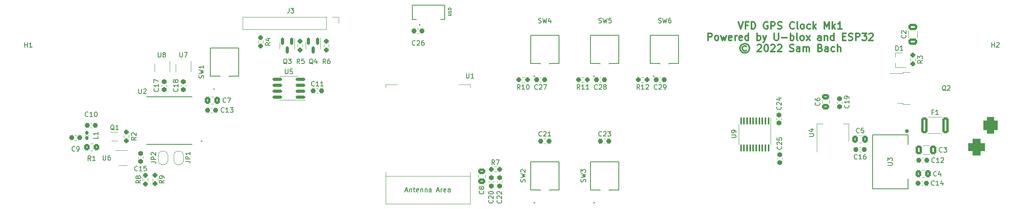
<source format=gto>
%TF.GenerationSoftware,KiCad,Pcbnew,(6.0.0)*%
%TF.CreationDate,2022-08-27T11:05:42-04:00*%
%TF.ProjectId,VFD GPS Clock,56464420-4750-4532-9043-6c6f636b2e6b,rev?*%
%TF.SameCoordinates,Original*%
%TF.FileFunction,Legend,Top*%
%TF.FilePolarity,Positive*%
%FSLAX46Y46*%
G04 Gerber Fmt 4.6, Leading zero omitted, Abs format (unit mm)*
G04 Created by KiCad (PCBNEW (6.0.0)) date 2022-08-27 11:05:42*
%MOMM*%
%LPD*%
G01*
G04 APERTURE LIST*
G04 Aperture macros list*
%AMRoundRect*
0 Rectangle with rounded corners*
0 $1 Rounding radius*
0 $2 $3 $4 $5 $6 $7 $8 $9 X,Y pos of 4 corners*
0 Add a 4 corners polygon primitive as box body*
4,1,4,$2,$3,$4,$5,$6,$7,$8,$9,$2,$3,0*
0 Add four circle primitives for the rounded corners*
1,1,$1+$1,$2,$3*
1,1,$1+$1,$4,$5*
1,1,$1+$1,$6,$7*
1,1,$1+$1,$8,$9*
0 Add four rect primitives between the rounded corners*
20,1,$1+$1,$2,$3,$4,$5,0*
20,1,$1+$1,$4,$5,$6,$7,0*
20,1,$1+$1,$6,$7,$8,$9,0*
20,1,$1+$1,$8,$9,$2,$3,0*%
%AMFreePoly0*
4,1,22,0.500000,-0.750000,0.000000,-0.750000,0.000000,-0.745033,-0.079941,-0.743568,-0.215256,-0.701293,-0.333266,-0.622738,-0.424486,-0.514219,-0.481581,-0.384460,-0.499164,-0.250000,-0.500000,-0.250000,-0.500000,0.250000,-0.499164,0.250000,-0.499963,0.256109,-0.478152,0.396186,-0.417904,0.524511,-0.324060,0.630769,-0.204165,0.706417,-0.067858,0.745374,0.000000,0.744959,0.000000,0.750000,
0.500000,0.750000,0.500000,-0.750000,0.500000,-0.750000,$1*%
%AMFreePoly1*
4,1,20,0.000000,0.744959,0.073905,0.744508,0.209726,0.703889,0.328688,0.626782,0.421226,0.519385,0.479903,0.390333,0.500000,0.250000,0.500000,-0.250000,0.499851,-0.262216,0.476331,-0.402017,0.414519,-0.529596,0.319384,-0.634700,0.198574,-0.708877,0.061801,-0.746166,0.000000,-0.745033,0.000000,-0.750000,-0.500000,-0.750000,-0.500000,0.750000,0.000000,0.750000,0.000000,0.744959,
0.000000,0.744959,$1*%
G04 Aperture macros list end*
%ADD10C,0.300000*%
%ADD11C,0.150000*%
%ADD12C,0.120000*%
%ADD13C,0.127000*%
%ADD14C,0.200000*%
%ADD15C,0.400000*%
%ADD16C,0.010000*%
%ADD17RoundRect,0.237500X-0.250000X-0.237500X0.250000X-0.237500X0.250000X0.237500X-0.250000X0.237500X0*%
%ADD18RoundRect,0.237500X-0.237500X0.300000X-0.237500X-0.300000X0.237500X-0.300000X0.237500X0.300000X0*%
%ADD19RoundRect,0.237500X-0.300000X-0.237500X0.300000X-0.237500X0.300000X0.237500X-0.300000X0.237500X0*%
%ADD20FreePoly0,90.000000*%
%ADD21FreePoly1,90.000000*%
%ADD22RoundRect,0.237500X0.300000X0.237500X-0.300000X0.237500X-0.300000X-0.237500X0.300000X-0.237500X0*%
%ADD23RoundRect,0.237500X-0.237500X0.250000X-0.237500X-0.250000X0.237500X-0.250000X0.237500X0.250000X0*%
%ADD24RoundRect,0.237500X0.237500X-0.250000X0.237500X0.250000X-0.237500X0.250000X-0.237500X-0.250000X0*%
%ADD25R,1.400000X1.600000*%
%ADD26R,0.510000X0.700000*%
%ADD27RoundRect,0.150000X-0.150000X0.587500X-0.150000X-0.587500X0.150000X-0.587500X0.150000X0.587500X0*%
%ADD28RoundRect,0.100000X-0.100000X0.637500X-0.100000X-0.637500X0.100000X-0.637500X0.100000X0.637500X0*%
%ADD29R,2.200000X1.200000*%
%ADD30R,6.400000X5.800000*%
%ADD31RoundRect,0.250000X0.475000X-0.337500X0.475000X0.337500X-0.475000X0.337500X-0.475000X-0.337500X0*%
%ADD32R,1.560000X0.650000*%
%ADD33R,1.500000X0.900000*%
%ADD34R,0.900000X1.500000*%
%ADD35R,1.050000X1.050000*%
%ADD36RoundRect,0.250000X-0.337500X-0.475000X0.337500X-0.475000X0.337500X0.475000X-0.337500X0.475000X0*%
%ADD37R,0.700000X1.600000*%
%ADD38RoundRect,0.250000X-0.412500X-0.650000X0.412500X-0.650000X0.412500X0.650000X-0.412500X0.650000X0*%
%ADD39RoundRect,0.237500X0.237500X-0.300000X0.237500X0.300000X-0.237500X0.300000X-0.237500X-0.300000X0*%
%ADD40R,1.700000X1.700000*%
%ADD41O,1.700000X1.700000*%
%ADD42RoundRect,0.250000X-0.650000X0.412500X-0.650000X-0.412500X0.650000X-0.412500X0.650000X0.412500X0*%
%ADD43RoundRect,0.250000X0.400000X1.450000X-0.400000X1.450000X-0.400000X-1.450000X0.400000X-1.450000X0*%
%ADD44RoundRect,0.250000X-0.350000X-0.450000X0.350000X-0.450000X0.350000X0.450000X-0.350000X0.450000X0*%
%ADD45RoundRect,0.160000X-0.160000X0.222500X-0.160000X-0.222500X0.160000X-0.222500X0.160000X0.222500X0*%
%ADD46R,0.900000X0.800000*%
%ADD47C,6.400000*%
%ADD48RoundRect,0.250000X0.337500X0.475000X-0.337500X0.475000X-0.337500X-0.475000X0.337500X-0.475000X0*%
%ADD49RoundRect,0.150000X0.825000X0.150000X-0.825000X0.150000X-0.825000X-0.150000X0.825000X-0.150000X0*%
%ADD50R,1.800000X1.800000*%
%ADD51C,1.800000*%
%ADD52R,1.500000X2.000000*%
%ADD53R,3.800000X2.000000*%
%ADD54R,0.700000X0.340000*%
%ADD55R,3.500000X3.500000*%
%ADD56RoundRect,0.750000X0.750000X1.000000X-0.750000X1.000000X-0.750000X-1.000000X0.750000X-1.000000X0*%
%ADD57RoundRect,0.875000X0.875000X0.875000X-0.875000X0.875000X-0.875000X-0.875000X0.875000X-0.875000X0*%
%ADD58C,2.400000*%
%ADD59C,2.850000*%
G04 APERTURE END LIST*
D10*
X174128571Y-104863571D02*
X174628571Y-106363571D01*
X175128571Y-104863571D01*
X176128571Y-105577857D02*
X175628571Y-105577857D01*
X175628571Y-106363571D02*
X175628571Y-104863571D01*
X176342857Y-104863571D01*
X176914285Y-106363571D02*
X176914285Y-104863571D01*
X177271428Y-104863571D01*
X177485714Y-104935000D01*
X177628571Y-105077857D01*
X177700000Y-105220714D01*
X177771428Y-105506428D01*
X177771428Y-105720714D01*
X177700000Y-106006428D01*
X177628571Y-106149285D01*
X177485714Y-106292142D01*
X177271428Y-106363571D01*
X176914285Y-106363571D01*
X180342857Y-104935000D02*
X180200000Y-104863571D01*
X179985714Y-104863571D01*
X179771428Y-104935000D01*
X179628571Y-105077857D01*
X179557142Y-105220714D01*
X179485714Y-105506428D01*
X179485714Y-105720714D01*
X179557142Y-106006428D01*
X179628571Y-106149285D01*
X179771428Y-106292142D01*
X179985714Y-106363571D01*
X180128571Y-106363571D01*
X180342857Y-106292142D01*
X180414285Y-106220714D01*
X180414285Y-105720714D01*
X180128571Y-105720714D01*
X181057142Y-106363571D02*
X181057142Y-104863571D01*
X181628571Y-104863571D01*
X181771428Y-104935000D01*
X181842857Y-105006428D01*
X181914285Y-105149285D01*
X181914285Y-105363571D01*
X181842857Y-105506428D01*
X181771428Y-105577857D01*
X181628571Y-105649285D01*
X181057142Y-105649285D01*
X182485714Y-106292142D02*
X182700000Y-106363571D01*
X183057142Y-106363571D01*
X183200000Y-106292142D01*
X183271428Y-106220714D01*
X183342857Y-106077857D01*
X183342857Y-105935000D01*
X183271428Y-105792142D01*
X183200000Y-105720714D01*
X183057142Y-105649285D01*
X182771428Y-105577857D01*
X182628571Y-105506428D01*
X182557142Y-105435000D01*
X182485714Y-105292142D01*
X182485714Y-105149285D01*
X182557142Y-105006428D01*
X182628571Y-104935000D01*
X182771428Y-104863571D01*
X183128571Y-104863571D01*
X183342857Y-104935000D01*
X185985714Y-106220714D02*
X185914285Y-106292142D01*
X185700000Y-106363571D01*
X185557142Y-106363571D01*
X185342857Y-106292142D01*
X185200000Y-106149285D01*
X185128571Y-106006428D01*
X185057142Y-105720714D01*
X185057142Y-105506428D01*
X185128571Y-105220714D01*
X185200000Y-105077857D01*
X185342857Y-104935000D01*
X185557142Y-104863571D01*
X185700000Y-104863571D01*
X185914285Y-104935000D01*
X185985714Y-105006428D01*
X186842857Y-106363571D02*
X186700000Y-106292142D01*
X186628571Y-106149285D01*
X186628571Y-104863571D01*
X187628571Y-106363571D02*
X187485714Y-106292142D01*
X187414285Y-106220714D01*
X187342857Y-106077857D01*
X187342857Y-105649285D01*
X187414285Y-105506428D01*
X187485714Y-105435000D01*
X187628571Y-105363571D01*
X187842857Y-105363571D01*
X187985714Y-105435000D01*
X188057142Y-105506428D01*
X188128571Y-105649285D01*
X188128571Y-106077857D01*
X188057142Y-106220714D01*
X187985714Y-106292142D01*
X187842857Y-106363571D01*
X187628571Y-106363571D01*
X189414285Y-106292142D02*
X189271428Y-106363571D01*
X188985714Y-106363571D01*
X188842857Y-106292142D01*
X188771428Y-106220714D01*
X188700000Y-106077857D01*
X188700000Y-105649285D01*
X188771428Y-105506428D01*
X188842857Y-105435000D01*
X188985714Y-105363571D01*
X189271428Y-105363571D01*
X189414285Y-105435000D01*
X190057142Y-106363571D02*
X190057142Y-104863571D01*
X190200000Y-105792142D02*
X190628571Y-106363571D01*
X190628571Y-105363571D02*
X190057142Y-105935000D01*
X192414285Y-106363571D02*
X192414285Y-104863571D01*
X192914285Y-105935000D01*
X193414285Y-104863571D01*
X193414285Y-106363571D01*
X194128571Y-106363571D02*
X194128571Y-104863571D01*
X194271428Y-105792142D02*
X194700000Y-106363571D01*
X194700000Y-105363571D02*
X194128571Y-105935000D01*
X196128571Y-106363571D02*
X195271428Y-106363571D01*
X195700000Y-106363571D02*
X195700000Y-104863571D01*
X195557142Y-105077857D01*
X195414285Y-105220714D01*
X195271428Y-105292142D01*
X167700000Y-108778571D02*
X167700000Y-107278571D01*
X168271428Y-107278571D01*
X168414285Y-107350000D01*
X168485714Y-107421428D01*
X168557142Y-107564285D01*
X168557142Y-107778571D01*
X168485714Y-107921428D01*
X168414285Y-107992857D01*
X168271428Y-108064285D01*
X167700000Y-108064285D01*
X169414285Y-108778571D02*
X169271428Y-108707142D01*
X169200000Y-108635714D01*
X169128571Y-108492857D01*
X169128571Y-108064285D01*
X169200000Y-107921428D01*
X169271428Y-107850000D01*
X169414285Y-107778571D01*
X169628571Y-107778571D01*
X169771428Y-107850000D01*
X169842857Y-107921428D01*
X169914285Y-108064285D01*
X169914285Y-108492857D01*
X169842857Y-108635714D01*
X169771428Y-108707142D01*
X169628571Y-108778571D01*
X169414285Y-108778571D01*
X170414285Y-107778571D02*
X170700000Y-108778571D01*
X170985714Y-108064285D01*
X171271428Y-108778571D01*
X171557142Y-107778571D01*
X172700000Y-108707142D02*
X172557142Y-108778571D01*
X172271428Y-108778571D01*
X172128571Y-108707142D01*
X172057142Y-108564285D01*
X172057142Y-107992857D01*
X172128571Y-107850000D01*
X172271428Y-107778571D01*
X172557142Y-107778571D01*
X172700000Y-107850000D01*
X172771428Y-107992857D01*
X172771428Y-108135714D01*
X172057142Y-108278571D01*
X173414285Y-108778571D02*
X173414285Y-107778571D01*
X173414285Y-108064285D02*
X173485714Y-107921428D01*
X173557142Y-107850000D01*
X173700000Y-107778571D01*
X173842857Y-107778571D01*
X174914285Y-108707142D02*
X174771428Y-108778571D01*
X174485714Y-108778571D01*
X174342857Y-108707142D01*
X174271428Y-108564285D01*
X174271428Y-107992857D01*
X174342857Y-107850000D01*
X174485714Y-107778571D01*
X174771428Y-107778571D01*
X174914285Y-107850000D01*
X174985714Y-107992857D01*
X174985714Y-108135714D01*
X174271428Y-108278571D01*
X176271428Y-108778571D02*
X176271428Y-107278571D01*
X176271428Y-108707142D02*
X176128571Y-108778571D01*
X175842857Y-108778571D01*
X175700000Y-108707142D01*
X175628571Y-108635714D01*
X175557142Y-108492857D01*
X175557142Y-108064285D01*
X175628571Y-107921428D01*
X175700000Y-107850000D01*
X175842857Y-107778571D01*
X176128571Y-107778571D01*
X176271428Y-107850000D01*
X178128571Y-108778571D02*
X178128571Y-107278571D01*
X178128571Y-107850000D02*
X178271428Y-107778571D01*
X178557142Y-107778571D01*
X178700000Y-107850000D01*
X178771428Y-107921428D01*
X178842857Y-108064285D01*
X178842857Y-108492857D01*
X178771428Y-108635714D01*
X178700000Y-108707142D01*
X178557142Y-108778571D01*
X178271428Y-108778571D01*
X178128571Y-108707142D01*
X179342857Y-107778571D02*
X179700000Y-108778571D01*
X180057142Y-107778571D02*
X179700000Y-108778571D01*
X179557142Y-109135714D01*
X179485714Y-109207142D01*
X179342857Y-109278571D01*
X181771428Y-107278571D02*
X181771428Y-108492857D01*
X181842857Y-108635714D01*
X181914285Y-108707142D01*
X182057142Y-108778571D01*
X182342857Y-108778571D01*
X182485714Y-108707142D01*
X182557142Y-108635714D01*
X182628571Y-108492857D01*
X182628571Y-107278571D01*
X183342857Y-108207142D02*
X184485714Y-108207142D01*
X185200000Y-108778571D02*
X185200000Y-107278571D01*
X185200000Y-107850000D02*
X185342857Y-107778571D01*
X185628571Y-107778571D01*
X185771428Y-107850000D01*
X185842857Y-107921428D01*
X185914285Y-108064285D01*
X185914285Y-108492857D01*
X185842857Y-108635714D01*
X185771428Y-108707142D01*
X185628571Y-108778571D01*
X185342857Y-108778571D01*
X185200000Y-108707142D01*
X186771428Y-108778571D02*
X186628571Y-108707142D01*
X186557142Y-108564285D01*
X186557142Y-107278571D01*
X187557142Y-108778571D02*
X187414285Y-108707142D01*
X187342857Y-108635714D01*
X187271428Y-108492857D01*
X187271428Y-108064285D01*
X187342857Y-107921428D01*
X187414285Y-107850000D01*
X187557142Y-107778571D01*
X187771428Y-107778571D01*
X187914285Y-107850000D01*
X187985714Y-107921428D01*
X188057142Y-108064285D01*
X188057142Y-108492857D01*
X187985714Y-108635714D01*
X187914285Y-108707142D01*
X187771428Y-108778571D01*
X187557142Y-108778571D01*
X188557142Y-108778571D02*
X189342857Y-107778571D01*
X188557142Y-107778571D02*
X189342857Y-108778571D01*
X191700000Y-108778571D02*
X191700000Y-107992857D01*
X191628571Y-107850000D01*
X191485714Y-107778571D01*
X191200000Y-107778571D01*
X191057142Y-107850000D01*
X191700000Y-108707142D02*
X191557142Y-108778571D01*
X191200000Y-108778571D01*
X191057142Y-108707142D01*
X190985714Y-108564285D01*
X190985714Y-108421428D01*
X191057142Y-108278571D01*
X191200000Y-108207142D01*
X191557142Y-108207142D01*
X191700000Y-108135714D01*
X192414285Y-107778571D02*
X192414285Y-108778571D01*
X192414285Y-107921428D02*
X192485714Y-107850000D01*
X192628571Y-107778571D01*
X192842857Y-107778571D01*
X192985714Y-107850000D01*
X193057142Y-107992857D01*
X193057142Y-108778571D01*
X194414285Y-108778571D02*
X194414285Y-107278571D01*
X194414285Y-108707142D02*
X194271428Y-108778571D01*
X193985714Y-108778571D01*
X193842857Y-108707142D01*
X193771428Y-108635714D01*
X193700000Y-108492857D01*
X193700000Y-108064285D01*
X193771428Y-107921428D01*
X193842857Y-107850000D01*
X193985714Y-107778571D01*
X194271428Y-107778571D01*
X194414285Y-107850000D01*
X196271428Y-107992857D02*
X196771428Y-107992857D01*
X196985714Y-108778571D02*
X196271428Y-108778571D01*
X196271428Y-107278571D01*
X196985714Y-107278571D01*
X197557142Y-108707142D02*
X197771428Y-108778571D01*
X198128571Y-108778571D01*
X198271428Y-108707142D01*
X198342857Y-108635714D01*
X198414285Y-108492857D01*
X198414285Y-108350000D01*
X198342857Y-108207142D01*
X198271428Y-108135714D01*
X198128571Y-108064285D01*
X197842857Y-107992857D01*
X197700000Y-107921428D01*
X197628571Y-107850000D01*
X197557142Y-107707142D01*
X197557142Y-107564285D01*
X197628571Y-107421428D01*
X197700000Y-107350000D01*
X197842857Y-107278571D01*
X198200000Y-107278571D01*
X198414285Y-107350000D01*
X199057142Y-108778571D02*
X199057142Y-107278571D01*
X199628571Y-107278571D01*
X199771428Y-107350000D01*
X199842857Y-107421428D01*
X199914285Y-107564285D01*
X199914285Y-107778571D01*
X199842857Y-107921428D01*
X199771428Y-107992857D01*
X199628571Y-108064285D01*
X199057142Y-108064285D01*
X200414285Y-107278571D02*
X201342857Y-107278571D01*
X200842857Y-107850000D01*
X201057142Y-107850000D01*
X201200000Y-107921428D01*
X201271428Y-107992857D01*
X201342857Y-108135714D01*
X201342857Y-108492857D01*
X201271428Y-108635714D01*
X201200000Y-108707142D01*
X201057142Y-108778571D01*
X200628571Y-108778571D01*
X200485714Y-108707142D01*
X200414285Y-108635714D01*
X201914285Y-107421428D02*
X201985714Y-107350000D01*
X202128571Y-107278571D01*
X202485714Y-107278571D01*
X202628571Y-107350000D01*
X202700000Y-107421428D01*
X202771428Y-107564285D01*
X202771428Y-107707142D01*
X202700000Y-107921428D01*
X201842857Y-108778571D01*
X202771428Y-108778571D01*
X175771428Y-110050714D02*
X175628571Y-109979285D01*
X175342857Y-109979285D01*
X175200000Y-110050714D01*
X175057142Y-110193571D01*
X174985714Y-110336428D01*
X174985714Y-110622142D01*
X175057142Y-110765000D01*
X175200000Y-110907857D01*
X175342857Y-110979285D01*
X175628571Y-110979285D01*
X175771428Y-110907857D01*
X175485714Y-109479285D02*
X175128571Y-109550714D01*
X174771428Y-109765000D01*
X174557142Y-110122142D01*
X174485714Y-110479285D01*
X174557142Y-110836428D01*
X174771428Y-111193571D01*
X175128571Y-111407857D01*
X175485714Y-111479285D01*
X175842857Y-111407857D01*
X176200000Y-111193571D01*
X176414285Y-110836428D01*
X176485714Y-110479285D01*
X176414285Y-110122142D01*
X176200000Y-109765000D01*
X175842857Y-109550714D01*
X175485714Y-109479285D01*
X178200000Y-109836428D02*
X178271428Y-109765000D01*
X178414285Y-109693571D01*
X178771428Y-109693571D01*
X178914285Y-109765000D01*
X178985714Y-109836428D01*
X179057142Y-109979285D01*
X179057142Y-110122142D01*
X178985714Y-110336428D01*
X178128571Y-111193571D01*
X179057142Y-111193571D01*
X179985714Y-109693571D02*
X180128571Y-109693571D01*
X180271428Y-109765000D01*
X180342857Y-109836428D01*
X180414285Y-109979285D01*
X180485714Y-110265000D01*
X180485714Y-110622142D01*
X180414285Y-110907857D01*
X180342857Y-111050714D01*
X180271428Y-111122142D01*
X180128571Y-111193571D01*
X179985714Y-111193571D01*
X179842857Y-111122142D01*
X179771428Y-111050714D01*
X179700000Y-110907857D01*
X179628571Y-110622142D01*
X179628571Y-110265000D01*
X179700000Y-109979285D01*
X179771428Y-109836428D01*
X179842857Y-109765000D01*
X179985714Y-109693571D01*
X181057142Y-109836428D02*
X181128571Y-109765000D01*
X181271428Y-109693571D01*
X181628571Y-109693571D01*
X181771428Y-109765000D01*
X181842857Y-109836428D01*
X181914285Y-109979285D01*
X181914285Y-110122142D01*
X181842857Y-110336428D01*
X180985714Y-111193571D01*
X181914285Y-111193571D01*
X182485714Y-109836428D02*
X182557142Y-109765000D01*
X182700000Y-109693571D01*
X183057142Y-109693571D01*
X183200000Y-109765000D01*
X183271428Y-109836428D01*
X183342857Y-109979285D01*
X183342857Y-110122142D01*
X183271428Y-110336428D01*
X182414285Y-111193571D01*
X183342857Y-111193571D01*
X185057142Y-111122142D02*
X185271428Y-111193571D01*
X185628571Y-111193571D01*
X185771428Y-111122142D01*
X185842857Y-111050714D01*
X185914285Y-110907857D01*
X185914285Y-110765000D01*
X185842857Y-110622142D01*
X185771428Y-110550714D01*
X185628571Y-110479285D01*
X185342857Y-110407857D01*
X185200000Y-110336428D01*
X185128571Y-110265000D01*
X185057142Y-110122142D01*
X185057142Y-109979285D01*
X185128571Y-109836428D01*
X185200000Y-109765000D01*
X185342857Y-109693571D01*
X185700000Y-109693571D01*
X185914285Y-109765000D01*
X187200000Y-111193571D02*
X187200000Y-110407857D01*
X187128571Y-110265000D01*
X186985714Y-110193571D01*
X186700000Y-110193571D01*
X186557142Y-110265000D01*
X187200000Y-111122142D02*
X187057142Y-111193571D01*
X186700000Y-111193571D01*
X186557142Y-111122142D01*
X186485714Y-110979285D01*
X186485714Y-110836428D01*
X186557142Y-110693571D01*
X186700000Y-110622142D01*
X187057142Y-110622142D01*
X187200000Y-110550714D01*
X187914285Y-111193571D02*
X187914285Y-110193571D01*
X187914285Y-110336428D02*
X187985714Y-110265000D01*
X188128571Y-110193571D01*
X188342857Y-110193571D01*
X188485714Y-110265000D01*
X188557142Y-110407857D01*
X188557142Y-111193571D01*
X188557142Y-110407857D02*
X188628571Y-110265000D01*
X188771428Y-110193571D01*
X188985714Y-110193571D01*
X189128571Y-110265000D01*
X189200000Y-110407857D01*
X189200000Y-111193571D01*
X191557142Y-110407857D02*
X191771428Y-110479285D01*
X191842857Y-110550714D01*
X191914285Y-110693571D01*
X191914285Y-110907857D01*
X191842857Y-111050714D01*
X191771428Y-111122142D01*
X191628571Y-111193571D01*
X191057142Y-111193571D01*
X191057142Y-109693571D01*
X191557142Y-109693571D01*
X191700000Y-109765000D01*
X191771428Y-109836428D01*
X191842857Y-109979285D01*
X191842857Y-110122142D01*
X191771428Y-110265000D01*
X191700000Y-110336428D01*
X191557142Y-110407857D01*
X191057142Y-110407857D01*
X193200000Y-111193571D02*
X193200000Y-110407857D01*
X193128571Y-110265000D01*
X192985714Y-110193571D01*
X192700000Y-110193571D01*
X192557142Y-110265000D01*
X193200000Y-111122142D02*
X193057142Y-111193571D01*
X192700000Y-111193571D01*
X192557142Y-111122142D01*
X192485714Y-110979285D01*
X192485714Y-110836428D01*
X192557142Y-110693571D01*
X192700000Y-110622142D01*
X193057142Y-110622142D01*
X193200000Y-110550714D01*
X194557142Y-111122142D02*
X194414285Y-111193571D01*
X194128571Y-111193571D01*
X193985714Y-111122142D01*
X193914285Y-111050714D01*
X193842857Y-110907857D01*
X193842857Y-110479285D01*
X193914285Y-110336428D01*
X193985714Y-110265000D01*
X194128571Y-110193571D01*
X194414285Y-110193571D01*
X194557142Y-110265000D01*
X195200000Y-111193571D02*
X195200000Y-109693571D01*
X195842857Y-111193571D02*
X195842857Y-110407857D01*
X195771428Y-110265000D01*
X195628571Y-110193571D01*
X195414285Y-110193571D01*
X195271428Y-110265000D01*
X195200000Y-110336428D01*
D11*
%TO.C,R11*%
X140457142Y-119252380D02*
X140123809Y-118776190D01*
X139885714Y-119252380D02*
X139885714Y-118252380D01*
X140266666Y-118252380D01*
X140361904Y-118300000D01*
X140409523Y-118347619D01*
X140457142Y-118442857D01*
X140457142Y-118585714D01*
X140409523Y-118680952D01*
X140361904Y-118728571D01*
X140266666Y-118776190D01*
X139885714Y-118776190D01*
X141409523Y-119252380D02*
X140838095Y-119252380D01*
X141123809Y-119252380D02*
X141123809Y-118252380D01*
X141028571Y-118395238D01*
X140933333Y-118490476D01*
X140838095Y-118538095D01*
X142361904Y-119252380D02*
X141790476Y-119252380D01*
X142076190Y-119252380D02*
X142076190Y-118252380D01*
X141980952Y-118395238D01*
X141885714Y-118490476D01*
X141790476Y-118538095D01*
%TO.C,C24*%
X183157142Y-122942857D02*
X183204761Y-122990476D01*
X183252380Y-123133333D01*
X183252380Y-123228571D01*
X183204761Y-123371428D01*
X183109523Y-123466666D01*
X183014285Y-123514285D01*
X182823809Y-123561904D01*
X182680952Y-123561904D01*
X182490476Y-123514285D01*
X182395238Y-123466666D01*
X182300000Y-123371428D01*
X182252380Y-123228571D01*
X182252380Y-123133333D01*
X182300000Y-122990476D01*
X182347619Y-122942857D01*
X182347619Y-122561904D02*
X182300000Y-122514285D01*
X182252380Y-122419047D01*
X182252380Y-122180952D01*
X182300000Y-122085714D01*
X182347619Y-122038095D01*
X182442857Y-121990476D01*
X182538095Y-121990476D01*
X182680952Y-122038095D01*
X183252380Y-122609523D01*
X183252380Y-121990476D01*
X182585714Y-121133333D02*
X183252380Y-121133333D01*
X182204761Y-121371428D02*
X182919047Y-121609523D01*
X182919047Y-120990476D01*
%TO.C,C16*%
X199357142Y-134057142D02*
X199309523Y-134104761D01*
X199166666Y-134152380D01*
X199071428Y-134152380D01*
X198928571Y-134104761D01*
X198833333Y-134009523D01*
X198785714Y-133914285D01*
X198738095Y-133723809D01*
X198738095Y-133580952D01*
X198785714Y-133390476D01*
X198833333Y-133295238D01*
X198928571Y-133200000D01*
X199071428Y-133152380D01*
X199166666Y-133152380D01*
X199309523Y-133200000D01*
X199357142Y-133247619D01*
X200309523Y-134152380D02*
X199738095Y-134152380D01*
X200023809Y-134152380D02*
X200023809Y-133152380D01*
X199928571Y-133295238D01*
X199833333Y-133390476D01*
X199738095Y-133438095D01*
X201166666Y-133152380D02*
X200976190Y-133152380D01*
X200880952Y-133200000D01*
X200833333Y-133247619D01*
X200738095Y-133390476D01*
X200690476Y-133580952D01*
X200690476Y-133961904D01*
X200738095Y-134057142D01*
X200785714Y-134104761D01*
X200880952Y-134152380D01*
X201071428Y-134152380D01*
X201166666Y-134104761D01*
X201214285Y-134057142D01*
X201261904Y-133961904D01*
X201261904Y-133723809D01*
X201214285Y-133628571D01*
X201166666Y-133580952D01*
X201071428Y-133533333D01*
X200880952Y-133533333D01*
X200785714Y-133580952D01*
X200738095Y-133628571D01*
X200690476Y-133723809D01*
%TO.C,JP1*%
X56652380Y-134633333D02*
X57366666Y-134633333D01*
X57509523Y-134680952D01*
X57604761Y-134776190D01*
X57652380Y-134919047D01*
X57652380Y-135014285D01*
X57652380Y-134157142D02*
X56652380Y-134157142D01*
X56652380Y-133776190D01*
X56700000Y-133680952D01*
X56747619Y-133633333D01*
X56842857Y-133585714D01*
X56985714Y-133585714D01*
X57080952Y-133633333D01*
X57128571Y-133680952D01*
X57176190Y-133776190D01*
X57176190Y-134157142D01*
X57652380Y-132633333D02*
X57652380Y-133204761D01*
X57652380Y-132919047D02*
X56652380Y-132919047D01*
X56795238Y-133014285D01*
X56890476Y-133109523D01*
X56938095Y-133204761D01*
%TO.C,C21*%
X132357142Y-129157142D02*
X132309523Y-129204761D01*
X132166666Y-129252380D01*
X132071428Y-129252380D01*
X131928571Y-129204761D01*
X131833333Y-129109523D01*
X131785714Y-129014285D01*
X131738095Y-128823809D01*
X131738095Y-128680952D01*
X131785714Y-128490476D01*
X131833333Y-128395238D01*
X131928571Y-128300000D01*
X132071428Y-128252380D01*
X132166666Y-128252380D01*
X132309523Y-128300000D01*
X132357142Y-128347619D01*
X132738095Y-128347619D02*
X132785714Y-128300000D01*
X132880952Y-128252380D01*
X133119047Y-128252380D01*
X133214285Y-128300000D01*
X133261904Y-128347619D01*
X133309523Y-128442857D01*
X133309523Y-128538095D01*
X133261904Y-128680952D01*
X132690476Y-129252380D01*
X133309523Y-129252380D01*
X134261904Y-129252380D02*
X133690476Y-129252380D01*
X133976190Y-129252380D02*
X133976190Y-128252380D01*
X133880952Y-128395238D01*
X133785714Y-128490476D01*
X133690476Y-128538095D01*
%TO.C,R6*%
X86433333Y-113752380D02*
X86100000Y-113276190D01*
X85861904Y-113752380D02*
X85861904Y-112752380D01*
X86242857Y-112752380D01*
X86338095Y-112800000D01*
X86385714Y-112847619D01*
X86433333Y-112942857D01*
X86433333Y-113085714D01*
X86385714Y-113180952D01*
X86338095Y-113228571D01*
X86242857Y-113276190D01*
X85861904Y-113276190D01*
X87290476Y-112752380D02*
X87100000Y-112752380D01*
X87004761Y-112800000D01*
X86957142Y-112847619D01*
X86861904Y-112990476D01*
X86814285Y-113180952D01*
X86814285Y-113561904D01*
X86861904Y-113657142D01*
X86909523Y-113704761D01*
X87004761Y-113752380D01*
X87195238Y-113752380D01*
X87290476Y-113704761D01*
X87338095Y-113657142D01*
X87385714Y-113561904D01*
X87385714Y-113323809D01*
X87338095Y-113228571D01*
X87290476Y-113180952D01*
X87195238Y-113133333D01*
X87004761Y-113133333D01*
X86909523Y-113180952D01*
X86861904Y-113228571D01*
X86814285Y-113323809D01*
%TO.C,R2*%
X46152380Y-129466666D02*
X45676190Y-129800000D01*
X46152380Y-130038095D02*
X45152380Y-130038095D01*
X45152380Y-129657142D01*
X45200000Y-129561904D01*
X45247619Y-129514285D01*
X45342857Y-129466666D01*
X45485714Y-129466666D01*
X45580952Y-129514285D01*
X45628571Y-129561904D01*
X45676190Y-129657142D01*
X45676190Y-130038095D01*
X45247619Y-129085714D02*
X45200000Y-129038095D01*
X45152380Y-128942857D01*
X45152380Y-128704761D01*
X45200000Y-128609523D01*
X45247619Y-128561904D01*
X45342857Y-128514285D01*
X45438095Y-128514285D01*
X45580952Y-128561904D01*
X46152380Y-129133333D01*
X46152380Y-128514285D01*
%TO.C,SW1*%
X60469761Y-116845833D02*
X60517380Y-116702976D01*
X60517380Y-116464880D01*
X60469761Y-116369642D01*
X60422142Y-116322023D01*
X60326904Y-116274404D01*
X60231666Y-116274404D01*
X60136428Y-116322023D01*
X60088809Y-116369642D01*
X60041190Y-116464880D01*
X59993571Y-116655357D01*
X59945952Y-116750595D01*
X59898333Y-116798214D01*
X59803095Y-116845833D01*
X59707857Y-116845833D01*
X59612619Y-116798214D01*
X59565000Y-116750595D01*
X59517380Y-116655357D01*
X59517380Y-116417261D01*
X59565000Y-116274404D01*
X59517380Y-115941071D02*
X60517380Y-115702976D01*
X59803095Y-115512500D01*
X60517380Y-115322023D01*
X59517380Y-115083928D01*
X60517380Y-114179166D02*
X60517380Y-114750595D01*
X60517380Y-114464880D02*
X59517380Y-114464880D01*
X59660238Y-114560119D01*
X59755476Y-114655357D01*
X59803095Y-114750595D01*
%TO.C,U8*%
X50838095Y-111352380D02*
X50838095Y-112161904D01*
X50885714Y-112257142D01*
X50933333Y-112304761D01*
X51028571Y-112352380D01*
X51219047Y-112352380D01*
X51314285Y-112304761D01*
X51361904Y-112257142D01*
X51409523Y-112161904D01*
X51409523Y-111352380D01*
X52028571Y-111780952D02*
X51933333Y-111733333D01*
X51885714Y-111685714D01*
X51838095Y-111590476D01*
X51838095Y-111542857D01*
X51885714Y-111447619D01*
X51933333Y-111400000D01*
X52028571Y-111352380D01*
X52219047Y-111352380D01*
X52314285Y-111400000D01*
X52361904Y-111447619D01*
X52409523Y-111542857D01*
X52409523Y-111590476D01*
X52361904Y-111685714D01*
X52314285Y-111733333D01*
X52219047Y-111780952D01*
X52028571Y-111780952D01*
X51933333Y-111828571D01*
X51885714Y-111876190D01*
X51838095Y-111971428D01*
X51838095Y-112161904D01*
X51885714Y-112257142D01*
X51933333Y-112304761D01*
X52028571Y-112352380D01*
X52219047Y-112352380D01*
X52314285Y-112304761D01*
X52361904Y-112257142D01*
X52409523Y-112161904D01*
X52409523Y-111971428D01*
X52361904Y-111876190D01*
X52314285Y-111828571D01*
X52219047Y-111780952D01*
%TO.C,SW5*%
X144466666Y-105004761D02*
X144609523Y-105052380D01*
X144847619Y-105052380D01*
X144942857Y-105004761D01*
X144990476Y-104957142D01*
X145038095Y-104861904D01*
X145038095Y-104766666D01*
X144990476Y-104671428D01*
X144942857Y-104623809D01*
X144847619Y-104576190D01*
X144657142Y-104528571D01*
X144561904Y-104480952D01*
X144514285Y-104433333D01*
X144466666Y-104338095D01*
X144466666Y-104242857D01*
X144514285Y-104147619D01*
X144561904Y-104100000D01*
X144657142Y-104052380D01*
X144895238Y-104052380D01*
X145038095Y-104100000D01*
X145371428Y-104052380D02*
X145609523Y-105052380D01*
X145800000Y-104338095D01*
X145990476Y-105052380D01*
X146228571Y-104052380D01*
X147085714Y-104052380D02*
X146609523Y-104052380D01*
X146561904Y-104528571D01*
X146609523Y-104480952D01*
X146704761Y-104433333D01*
X146942857Y-104433333D01*
X147038095Y-104480952D01*
X147085714Y-104528571D01*
X147133333Y-104623809D01*
X147133333Y-104861904D01*
X147085714Y-104957142D01*
X147038095Y-105004761D01*
X146942857Y-105052380D01*
X146704761Y-105052380D01*
X146609523Y-105004761D01*
X146561904Y-104957142D01*
%TO.C,Q3*%
X78204761Y-113847619D02*
X78109523Y-113800000D01*
X78014285Y-113704761D01*
X77871428Y-113561904D01*
X77776190Y-113514285D01*
X77680952Y-113514285D01*
X77728571Y-113752380D02*
X77633333Y-113704761D01*
X77538095Y-113609523D01*
X77490476Y-113419047D01*
X77490476Y-113085714D01*
X77538095Y-112895238D01*
X77633333Y-112800000D01*
X77728571Y-112752380D01*
X77919047Y-112752380D01*
X78014285Y-112800000D01*
X78109523Y-112895238D01*
X78157142Y-113085714D01*
X78157142Y-113419047D01*
X78109523Y-113609523D01*
X78014285Y-113704761D01*
X77919047Y-113752380D01*
X77728571Y-113752380D01*
X78490476Y-112752380D02*
X79109523Y-112752380D01*
X78776190Y-113133333D01*
X78919047Y-113133333D01*
X79014285Y-113180952D01*
X79061904Y-113228571D01*
X79109523Y-113323809D01*
X79109523Y-113561904D01*
X79061904Y-113657142D01*
X79014285Y-113704761D01*
X78919047Y-113752380D01*
X78633333Y-113752380D01*
X78538095Y-113704761D01*
X78490476Y-113657142D01*
%TO.C,U9*%
X172652380Y-129561904D02*
X173461904Y-129561904D01*
X173557142Y-129514285D01*
X173604761Y-129466666D01*
X173652380Y-129371428D01*
X173652380Y-129180952D01*
X173604761Y-129085714D01*
X173557142Y-129038095D01*
X173461904Y-128990476D01*
X172652380Y-128990476D01*
X173652380Y-128466666D02*
X173652380Y-128276190D01*
X173604761Y-128180952D01*
X173557142Y-128133333D01*
X173414285Y-128038095D01*
X173223809Y-127990476D01*
X172842857Y-127990476D01*
X172747619Y-128038095D01*
X172700000Y-128085714D01*
X172652380Y-128180952D01*
X172652380Y-128371428D01*
X172700000Y-128466666D01*
X172747619Y-128514285D01*
X172842857Y-128561904D01*
X173080952Y-128561904D01*
X173176190Y-128514285D01*
X173223809Y-128466666D01*
X173271428Y-128371428D01*
X173271428Y-128180952D01*
X173223809Y-128085714D01*
X173176190Y-128038095D01*
X173080952Y-127990476D01*
%TO.C,Q2*%
X218204761Y-119547619D02*
X218109523Y-119500000D01*
X218014285Y-119404761D01*
X217871428Y-119261904D01*
X217776190Y-119214285D01*
X217680952Y-119214285D01*
X217728571Y-119452380D02*
X217633333Y-119404761D01*
X217538095Y-119309523D01*
X217490476Y-119119047D01*
X217490476Y-118785714D01*
X217538095Y-118595238D01*
X217633333Y-118500000D01*
X217728571Y-118452380D01*
X217919047Y-118452380D01*
X218014285Y-118500000D01*
X218109523Y-118595238D01*
X218157142Y-118785714D01*
X218157142Y-119119047D01*
X218109523Y-119309523D01*
X218014285Y-119404761D01*
X217919047Y-119452380D01*
X217728571Y-119452380D01*
X218538095Y-118547619D02*
X218585714Y-118500000D01*
X218680952Y-118452380D01*
X218919047Y-118452380D01*
X219014285Y-118500000D01*
X219061904Y-118547619D01*
X219109523Y-118642857D01*
X219109523Y-118738095D01*
X219061904Y-118880952D01*
X218490476Y-119452380D01*
X219109523Y-119452380D01*
%TO.C,C23*%
X145082142Y-129157142D02*
X145034523Y-129204761D01*
X144891666Y-129252380D01*
X144796428Y-129252380D01*
X144653571Y-129204761D01*
X144558333Y-129109523D01*
X144510714Y-129014285D01*
X144463095Y-128823809D01*
X144463095Y-128680952D01*
X144510714Y-128490476D01*
X144558333Y-128395238D01*
X144653571Y-128300000D01*
X144796428Y-128252380D01*
X144891666Y-128252380D01*
X145034523Y-128300000D01*
X145082142Y-128347619D01*
X145463095Y-128347619D02*
X145510714Y-128300000D01*
X145605952Y-128252380D01*
X145844047Y-128252380D01*
X145939285Y-128300000D01*
X145986904Y-128347619D01*
X146034523Y-128442857D01*
X146034523Y-128538095D01*
X145986904Y-128680952D01*
X145415476Y-129252380D01*
X146034523Y-129252380D01*
X146367857Y-128252380D02*
X146986904Y-128252380D01*
X146653571Y-128633333D01*
X146796428Y-128633333D01*
X146891666Y-128680952D01*
X146939285Y-128728571D01*
X146986904Y-128823809D01*
X146986904Y-129061904D01*
X146939285Y-129157142D01*
X146891666Y-129204761D01*
X146796428Y-129252380D01*
X146510714Y-129252380D01*
X146415476Y-129204761D01*
X146367857Y-129157142D01*
%TO.C,C14*%
X215757142Y-139657142D02*
X215709523Y-139704761D01*
X215566666Y-139752380D01*
X215471428Y-139752380D01*
X215328571Y-139704761D01*
X215233333Y-139609523D01*
X215185714Y-139514285D01*
X215138095Y-139323809D01*
X215138095Y-139180952D01*
X215185714Y-138990476D01*
X215233333Y-138895238D01*
X215328571Y-138800000D01*
X215471428Y-138752380D01*
X215566666Y-138752380D01*
X215709523Y-138800000D01*
X215757142Y-138847619D01*
X216709523Y-139752380D02*
X216138095Y-139752380D01*
X216423809Y-139752380D02*
X216423809Y-138752380D01*
X216328571Y-138895238D01*
X216233333Y-138990476D01*
X216138095Y-139038095D01*
X217566666Y-139085714D02*
X217566666Y-139752380D01*
X217328571Y-138704761D02*
X217090476Y-139419047D01*
X217709523Y-139419047D01*
%TO.C,C6*%
X191357142Y-122066666D02*
X191404761Y-122114285D01*
X191452380Y-122257142D01*
X191452380Y-122352380D01*
X191404761Y-122495238D01*
X191309523Y-122590476D01*
X191214285Y-122638095D01*
X191023809Y-122685714D01*
X190880952Y-122685714D01*
X190690476Y-122638095D01*
X190595238Y-122590476D01*
X190500000Y-122495238D01*
X190452380Y-122352380D01*
X190452380Y-122257142D01*
X190500000Y-122114285D01*
X190547619Y-122066666D01*
X190452380Y-121209523D02*
X190452380Y-121400000D01*
X190500000Y-121495238D01*
X190547619Y-121542857D01*
X190690476Y-121638095D01*
X190880952Y-121685714D01*
X191261904Y-121685714D01*
X191357142Y-121638095D01*
X191404761Y-121590476D01*
X191452380Y-121495238D01*
X191452380Y-121304761D01*
X191404761Y-121209523D01*
X191357142Y-121161904D01*
X191261904Y-121114285D01*
X191023809Y-121114285D01*
X190928571Y-121161904D01*
X190880952Y-121209523D01*
X190833333Y-121304761D01*
X190833333Y-121495238D01*
X190880952Y-121590476D01*
X190928571Y-121638095D01*
X191023809Y-121685714D01*
%TO.C,R9*%
X52082380Y-138666666D02*
X51606190Y-139000000D01*
X52082380Y-139238095D02*
X51082380Y-139238095D01*
X51082380Y-138857142D01*
X51130000Y-138761904D01*
X51177619Y-138714285D01*
X51272857Y-138666666D01*
X51415714Y-138666666D01*
X51510952Y-138714285D01*
X51558571Y-138761904D01*
X51606190Y-138857142D01*
X51606190Y-139238095D01*
X52082380Y-138190476D02*
X52082380Y-138000000D01*
X52034761Y-137904761D01*
X51987142Y-137857142D01*
X51844285Y-137761904D01*
X51653809Y-137714285D01*
X51272857Y-137714285D01*
X51177619Y-137761904D01*
X51130000Y-137809523D01*
X51082380Y-137904761D01*
X51082380Y-138095238D01*
X51130000Y-138190476D01*
X51177619Y-138238095D01*
X51272857Y-138285714D01*
X51510952Y-138285714D01*
X51606190Y-138238095D01*
X51653809Y-138190476D01*
X51701428Y-138095238D01*
X51701428Y-137904761D01*
X51653809Y-137809523D01*
X51606190Y-137761904D01*
X51510952Y-137714285D01*
%TO.C,U6*%
X39138095Y-133352380D02*
X39138095Y-134161904D01*
X39185714Y-134257142D01*
X39233333Y-134304761D01*
X39328571Y-134352380D01*
X39519047Y-134352380D01*
X39614285Y-134304761D01*
X39661904Y-134257142D01*
X39709523Y-134161904D01*
X39709523Y-133352380D01*
X40614285Y-133352380D02*
X40423809Y-133352380D01*
X40328571Y-133400000D01*
X40280952Y-133447619D01*
X40185714Y-133590476D01*
X40138095Y-133780952D01*
X40138095Y-134161904D01*
X40185714Y-134257142D01*
X40233333Y-134304761D01*
X40328571Y-134352380D01*
X40519047Y-134352380D01*
X40614285Y-134304761D01*
X40661904Y-134257142D01*
X40709523Y-134161904D01*
X40709523Y-133923809D01*
X40661904Y-133828571D01*
X40614285Y-133780952D01*
X40519047Y-133733333D01*
X40328571Y-133733333D01*
X40233333Y-133780952D01*
X40185714Y-133828571D01*
X40138095Y-133923809D01*
%TO.C,Q4*%
X83704761Y-113847619D02*
X83609523Y-113800000D01*
X83514285Y-113704761D01*
X83371428Y-113561904D01*
X83276190Y-113514285D01*
X83180952Y-113514285D01*
X83228571Y-113752380D02*
X83133333Y-113704761D01*
X83038095Y-113609523D01*
X82990476Y-113419047D01*
X82990476Y-113085714D01*
X83038095Y-112895238D01*
X83133333Y-112800000D01*
X83228571Y-112752380D01*
X83419047Y-112752380D01*
X83514285Y-112800000D01*
X83609523Y-112895238D01*
X83657142Y-113085714D01*
X83657142Y-113419047D01*
X83609523Y-113609523D01*
X83514285Y-113704761D01*
X83419047Y-113752380D01*
X83228571Y-113752380D01*
X84514285Y-113085714D02*
X84514285Y-113752380D01*
X84276190Y-112704761D02*
X84038095Y-113419047D01*
X84657142Y-113419047D01*
%TO.C,U1*%
X116338095Y-115852380D02*
X116338095Y-116661904D01*
X116385714Y-116757142D01*
X116433333Y-116804761D01*
X116528571Y-116852380D01*
X116719047Y-116852380D01*
X116814285Y-116804761D01*
X116861904Y-116757142D01*
X116909523Y-116661904D01*
X116909523Y-115852380D01*
X117909523Y-116852380D02*
X117338095Y-116852380D01*
X117623809Y-116852380D02*
X117623809Y-115852380D01*
X117528571Y-115995238D01*
X117433333Y-116090476D01*
X117338095Y-116138095D01*
X103388095Y-140841666D02*
X103864285Y-140841666D01*
X103292857Y-141127380D02*
X103626190Y-140127380D01*
X103959523Y-141127380D01*
X104292857Y-140460714D02*
X104292857Y-141127380D01*
X104292857Y-140555952D02*
X104340476Y-140508333D01*
X104435714Y-140460714D01*
X104578571Y-140460714D01*
X104673809Y-140508333D01*
X104721428Y-140603571D01*
X104721428Y-141127380D01*
X105054761Y-140460714D02*
X105435714Y-140460714D01*
X105197619Y-140127380D02*
X105197619Y-140984523D01*
X105245238Y-141079761D01*
X105340476Y-141127380D01*
X105435714Y-141127380D01*
X106150000Y-141079761D02*
X106054761Y-141127380D01*
X105864285Y-141127380D01*
X105769047Y-141079761D01*
X105721428Y-140984523D01*
X105721428Y-140603571D01*
X105769047Y-140508333D01*
X105864285Y-140460714D01*
X106054761Y-140460714D01*
X106150000Y-140508333D01*
X106197619Y-140603571D01*
X106197619Y-140698809D01*
X105721428Y-140794047D01*
X106626190Y-140460714D02*
X106626190Y-141127380D01*
X106626190Y-140555952D02*
X106673809Y-140508333D01*
X106769047Y-140460714D01*
X106911904Y-140460714D01*
X107007142Y-140508333D01*
X107054761Y-140603571D01*
X107054761Y-141127380D01*
X107530952Y-140460714D02*
X107530952Y-141127380D01*
X107530952Y-140555952D02*
X107578571Y-140508333D01*
X107673809Y-140460714D01*
X107816666Y-140460714D01*
X107911904Y-140508333D01*
X107959523Y-140603571D01*
X107959523Y-141127380D01*
X108864285Y-141127380D02*
X108864285Y-140603571D01*
X108816666Y-140508333D01*
X108721428Y-140460714D01*
X108530952Y-140460714D01*
X108435714Y-140508333D01*
X108864285Y-141079761D02*
X108769047Y-141127380D01*
X108530952Y-141127380D01*
X108435714Y-141079761D01*
X108388095Y-140984523D01*
X108388095Y-140889285D01*
X108435714Y-140794047D01*
X108530952Y-140746428D01*
X108769047Y-140746428D01*
X108864285Y-140698809D01*
X110054761Y-140841666D02*
X110530952Y-140841666D01*
X109959523Y-141127380D02*
X110292857Y-140127380D01*
X110626190Y-141127380D01*
X110959523Y-141127380D02*
X110959523Y-140460714D01*
X110959523Y-140651190D02*
X111007142Y-140555952D01*
X111054761Y-140508333D01*
X111150000Y-140460714D01*
X111245238Y-140460714D01*
X111959523Y-141079761D02*
X111864285Y-141127380D01*
X111673809Y-141127380D01*
X111578571Y-141079761D01*
X111530952Y-140984523D01*
X111530952Y-140603571D01*
X111578571Y-140508333D01*
X111673809Y-140460714D01*
X111864285Y-140460714D01*
X111959523Y-140508333D01*
X112007142Y-140603571D01*
X112007142Y-140698809D01*
X111530952Y-140794047D01*
X112864285Y-141127380D02*
X112864285Y-140603571D01*
X112816666Y-140508333D01*
X112721428Y-140460714D01*
X112530952Y-140460714D01*
X112435714Y-140508333D01*
X112864285Y-141079761D02*
X112769047Y-141127380D01*
X112530952Y-141127380D01*
X112435714Y-141079761D01*
X112388095Y-140984523D01*
X112388095Y-140889285D01*
X112435714Y-140794047D01*
X112530952Y-140746428D01*
X112769047Y-140746428D01*
X112864285Y-140698809D01*
%TO.C,C4*%
X216233333Y-137657142D02*
X216185714Y-137704761D01*
X216042857Y-137752380D01*
X215947619Y-137752380D01*
X215804761Y-137704761D01*
X215709523Y-137609523D01*
X215661904Y-137514285D01*
X215614285Y-137323809D01*
X215614285Y-137180952D01*
X215661904Y-136990476D01*
X215709523Y-136895238D01*
X215804761Y-136800000D01*
X215947619Y-136752380D01*
X216042857Y-136752380D01*
X216185714Y-136800000D01*
X216233333Y-136847619D01*
X217090476Y-137085714D02*
X217090476Y-137752380D01*
X216852380Y-136704761D02*
X216614285Y-137419047D01*
X217233333Y-137419047D01*
%TO.C,U10*%
X112449523Y-103510380D02*
X112967619Y-103510380D01*
X113028571Y-103479904D01*
X113059047Y-103449428D01*
X113089523Y-103388476D01*
X113089523Y-103266571D01*
X113059047Y-103205619D01*
X113028571Y-103175142D01*
X112967619Y-103144666D01*
X112449523Y-103144666D01*
X113089523Y-102504666D02*
X113089523Y-102870380D01*
X113089523Y-102687523D02*
X112449523Y-102687523D01*
X112540952Y-102748476D01*
X112601904Y-102809428D01*
X112632380Y-102870380D01*
X112449523Y-102108476D02*
X112449523Y-102047523D01*
X112480000Y-101986571D01*
X112510476Y-101956095D01*
X112571428Y-101925619D01*
X112693333Y-101895142D01*
X112845714Y-101895142D01*
X112967619Y-101925619D01*
X113028571Y-101956095D01*
X113059047Y-101986571D01*
X113089523Y-102047523D01*
X113089523Y-102108476D01*
X113059047Y-102169428D01*
X113028571Y-102199904D01*
X112967619Y-102230380D01*
X112845714Y-102260857D01*
X112693333Y-102260857D01*
X112571428Y-102230380D01*
X112510476Y-102199904D01*
X112480000Y-102169428D01*
X112449523Y-102108476D01*
%TO.C,C28*%
X144157142Y-119157142D02*
X144109523Y-119204761D01*
X143966666Y-119252380D01*
X143871428Y-119252380D01*
X143728571Y-119204761D01*
X143633333Y-119109523D01*
X143585714Y-119014285D01*
X143538095Y-118823809D01*
X143538095Y-118680952D01*
X143585714Y-118490476D01*
X143633333Y-118395238D01*
X143728571Y-118300000D01*
X143871428Y-118252380D01*
X143966666Y-118252380D01*
X144109523Y-118300000D01*
X144157142Y-118347619D01*
X144538095Y-118347619D02*
X144585714Y-118300000D01*
X144680952Y-118252380D01*
X144919047Y-118252380D01*
X145014285Y-118300000D01*
X145061904Y-118347619D01*
X145109523Y-118442857D01*
X145109523Y-118538095D01*
X145061904Y-118680952D01*
X144490476Y-119252380D01*
X145109523Y-119252380D01*
X145680952Y-118680952D02*
X145585714Y-118633333D01*
X145538095Y-118585714D01*
X145490476Y-118490476D01*
X145490476Y-118442857D01*
X145538095Y-118347619D01*
X145585714Y-118300000D01*
X145680952Y-118252380D01*
X145871428Y-118252380D01*
X145966666Y-118300000D01*
X146014285Y-118347619D01*
X146061904Y-118442857D01*
X146061904Y-118490476D01*
X146014285Y-118585714D01*
X145966666Y-118633333D01*
X145871428Y-118680952D01*
X145680952Y-118680952D01*
X145585714Y-118728571D01*
X145538095Y-118776190D01*
X145490476Y-118871428D01*
X145490476Y-119061904D01*
X145538095Y-119157142D01*
X145585714Y-119204761D01*
X145680952Y-119252380D01*
X145871428Y-119252380D01*
X145966666Y-119204761D01*
X146014285Y-119157142D01*
X146061904Y-119061904D01*
X146061904Y-118871428D01*
X146014285Y-118776190D01*
X145966666Y-118728571D01*
X145871428Y-118680952D01*
%TO.C,C3*%
X217433333Y-132557142D02*
X217385714Y-132604761D01*
X217242857Y-132652380D01*
X217147619Y-132652380D01*
X217004761Y-132604761D01*
X216909523Y-132509523D01*
X216861904Y-132414285D01*
X216814285Y-132223809D01*
X216814285Y-132080952D01*
X216861904Y-131890476D01*
X216909523Y-131795238D01*
X217004761Y-131700000D01*
X217147619Y-131652380D01*
X217242857Y-131652380D01*
X217385714Y-131700000D01*
X217433333Y-131747619D01*
X217766666Y-131652380D02*
X218385714Y-131652380D01*
X218052380Y-132033333D01*
X218195238Y-132033333D01*
X218290476Y-132080952D01*
X218338095Y-132128571D01*
X218385714Y-132223809D01*
X218385714Y-132461904D01*
X218338095Y-132557142D01*
X218290476Y-132604761D01*
X218195238Y-132652380D01*
X217909523Y-132652380D01*
X217814285Y-132604761D01*
X217766666Y-132557142D01*
%TO.C,R5*%
X80933333Y-113752380D02*
X80600000Y-113276190D01*
X80361904Y-113752380D02*
X80361904Y-112752380D01*
X80742857Y-112752380D01*
X80838095Y-112800000D01*
X80885714Y-112847619D01*
X80933333Y-112942857D01*
X80933333Y-113085714D01*
X80885714Y-113180952D01*
X80838095Y-113228571D01*
X80742857Y-113276190D01*
X80361904Y-113276190D01*
X81838095Y-112752380D02*
X81361904Y-112752380D01*
X81314285Y-113228571D01*
X81361904Y-113180952D01*
X81457142Y-113133333D01*
X81695238Y-113133333D01*
X81790476Y-113180952D01*
X81838095Y-113228571D01*
X81885714Y-113323809D01*
X81885714Y-113561904D01*
X81838095Y-113657142D01*
X81790476Y-113704761D01*
X81695238Y-113752380D01*
X81457142Y-113752380D01*
X81361904Y-113704761D01*
X81314285Y-113657142D01*
%TO.C,R7*%
X122333333Y-135322380D02*
X122000000Y-134846190D01*
X121761904Y-135322380D02*
X121761904Y-134322380D01*
X122142857Y-134322380D01*
X122238095Y-134370000D01*
X122285714Y-134417619D01*
X122333333Y-134512857D01*
X122333333Y-134655714D01*
X122285714Y-134750952D01*
X122238095Y-134798571D01*
X122142857Y-134846190D01*
X121761904Y-134846190D01*
X122666666Y-134322380D02*
X123333333Y-134322380D01*
X122904761Y-135322380D01*
%TO.C,C17*%
X50857142Y-119092857D02*
X50904761Y-119140476D01*
X50952380Y-119283333D01*
X50952380Y-119378571D01*
X50904761Y-119521428D01*
X50809523Y-119616666D01*
X50714285Y-119664285D01*
X50523809Y-119711904D01*
X50380952Y-119711904D01*
X50190476Y-119664285D01*
X50095238Y-119616666D01*
X50000000Y-119521428D01*
X49952380Y-119378571D01*
X49952380Y-119283333D01*
X50000000Y-119140476D01*
X50047619Y-119092857D01*
X50952380Y-118140476D02*
X50952380Y-118711904D01*
X50952380Y-118426190D02*
X49952380Y-118426190D01*
X50095238Y-118521428D01*
X50190476Y-118616666D01*
X50238095Y-118711904D01*
X49952380Y-117807142D02*
X49952380Y-117140476D01*
X50952380Y-117569047D01*
%TO.C,J3*%
X78666666Y-101952380D02*
X78666666Y-102666666D01*
X78619047Y-102809523D01*
X78523809Y-102904761D01*
X78380952Y-102952380D01*
X78285714Y-102952380D01*
X79047619Y-101952380D02*
X79666666Y-101952380D01*
X79333333Y-102333333D01*
X79476190Y-102333333D01*
X79571428Y-102380952D01*
X79619047Y-102428571D01*
X79666666Y-102523809D01*
X79666666Y-102761904D01*
X79619047Y-102857142D01*
X79571428Y-102904761D01*
X79476190Y-102952380D01*
X79190476Y-102952380D01*
X79095238Y-102904761D01*
X79047619Y-102857142D01*
%TO.C,SW4*%
X131666666Y-105004761D02*
X131809523Y-105052380D01*
X132047619Y-105052380D01*
X132142857Y-105004761D01*
X132190476Y-104957142D01*
X132238095Y-104861904D01*
X132238095Y-104766666D01*
X132190476Y-104671428D01*
X132142857Y-104623809D01*
X132047619Y-104576190D01*
X131857142Y-104528571D01*
X131761904Y-104480952D01*
X131714285Y-104433333D01*
X131666666Y-104338095D01*
X131666666Y-104242857D01*
X131714285Y-104147619D01*
X131761904Y-104100000D01*
X131857142Y-104052380D01*
X132095238Y-104052380D01*
X132238095Y-104100000D01*
X132571428Y-104052380D02*
X132809523Y-105052380D01*
X133000000Y-104338095D01*
X133190476Y-105052380D01*
X133428571Y-104052380D01*
X134238095Y-104385714D02*
X134238095Y-105052380D01*
X134000000Y-104004761D02*
X133761904Y-104719047D01*
X134380952Y-104719047D01*
%TO.C,C2*%
X209657142Y-107666666D02*
X209704761Y-107714285D01*
X209752380Y-107857142D01*
X209752380Y-107952380D01*
X209704761Y-108095238D01*
X209609523Y-108190476D01*
X209514285Y-108238095D01*
X209323809Y-108285714D01*
X209180952Y-108285714D01*
X208990476Y-108238095D01*
X208895238Y-108190476D01*
X208800000Y-108095238D01*
X208752380Y-107952380D01*
X208752380Y-107857142D01*
X208800000Y-107714285D01*
X208847619Y-107666666D01*
X208847619Y-107285714D02*
X208800000Y-107238095D01*
X208752380Y-107142857D01*
X208752380Y-106904761D01*
X208800000Y-106809523D01*
X208847619Y-106761904D01*
X208942857Y-106714285D01*
X209038095Y-106714285D01*
X209180952Y-106761904D01*
X209752380Y-107333333D01*
X209752380Y-106714285D01*
%TO.C,C27*%
X131457142Y-119157142D02*
X131409523Y-119204761D01*
X131266666Y-119252380D01*
X131171428Y-119252380D01*
X131028571Y-119204761D01*
X130933333Y-119109523D01*
X130885714Y-119014285D01*
X130838095Y-118823809D01*
X130838095Y-118680952D01*
X130885714Y-118490476D01*
X130933333Y-118395238D01*
X131028571Y-118300000D01*
X131171428Y-118252380D01*
X131266666Y-118252380D01*
X131409523Y-118300000D01*
X131457142Y-118347619D01*
X131838095Y-118347619D02*
X131885714Y-118300000D01*
X131980952Y-118252380D01*
X132219047Y-118252380D01*
X132314285Y-118300000D01*
X132361904Y-118347619D01*
X132409523Y-118442857D01*
X132409523Y-118538095D01*
X132361904Y-118680952D01*
X131790476Y-119252380D01*
X132409523Y-119252380D01*
X132742857Y-118252380D02*
X133409523Y-118252380D01*
X132980952Y-119252380D01*
%TO.C,F1*%
X215566666Y-124128571D02*
X215233333Y-124128571D01*
X215233333Y-124652380D02*
X215233333Y-123652380D01*
X215709523Y-123652380D01*
X216614285Y-124652380D02*
X216042857Y-124652380D01*
X216328571Y-124652380D02*
X216328571Y-123652380D01*
X216233333Y-123795238D01*
X216138095Y-123890476D01*
X216042857Y-123938095D01*
%TO.C,R1*%
X36533333Y-134452380D02*
X36200000Y-133976190D01*
X35961904Y-134452380D02*
X35961904Y-133452380D01*
X36342857Y-133452380D01*
X36438095Y-133500000D01*
X36485714Y-133547619D01*
X36533333Y-133642857D01*
X36533333Y-133785714D01*
X36485714Y-133880952D01*
X36438095Y-133928571D01*
X36342857Y-133976190D01*
X35961904Y-133976190D01*
X37485714Y-134452380D02*
X36914285Y-134452380D01*
X37200000Y-134452380D02*
X37200000Y-133452380D01*
X37104761Y-133595238D01*
X37009523Y-133690476D01*
X36914285Y-133738095D01*
%TO.C,SW6*%
X157166666Y-105004761D02*
X157309523Y-105052380D01*
X157547619Y-105052380D01*
X157642857Y-105004761D01*
X157690476Y-104957142D01*
X157738095Y-104861904D01*
X157738095Y-104766666D01*
X157690476Y-104671428D01*
X157642857Y-104623809D01*
X157547619Y-104576190D01*
X157357142Y-104528571D01*
X157261904Y-104480952D01*
X157214285Y-104433333D01*
X157166666Y-104338095D01*
X157166666Y-104242857D01*
X157214285Y-104147619D01*
X157261904Y-104100000D01*
X157357142Y-104052380D01*
X157595238Y-104052380D01*
X157738095Y-104100000D01*
X158071428Y-104052380D02*
X158309523Y-105052380D01*
X158500000Y-104338095D01*
X158690476Y-105052380D01*
X158928571Y-104052380D01*
X159738095Y-104052380D02*
X159547619Y-104052380D01*
X159452380Y-104100000D01*
X159404761Y-104147619D01*
X159309523Y-104290476D01*
X159261904Y-104480952D01*
X159261904Y-104861904D01*
X159309523Y-104957142D01*
X159357142Y-105004761D01*
X159452380Y-105052380D01*
X159642857Y-105052380D01*
X159738095Y-105004761D01*
X159785714Y-104957142D01*
X159833333Y-104861904D01*
X159833333Y-104623809D01*
X159785714Y-104528571D01*
X159738095Y-104480952D01*
X159642857Y-104433333D01*
X159452380Y-104433333D01*
X159357142Y-104480952D01*
X159309523Y-104528571D01*
X159261904Y-104623809D01*
%TO.C,R4*%
X74652380Y-109266666D02*
X74176190Y-109600000D01*
X74652380Y-109838095D02*
X73652380Y-109838095D01*
X73652380Y-109457142D01*
X73700000Y-109361904D01*
X73747619Y-109314285D01*
X73842857Y-109266666D01*
X73985714Y-109266666D01*
X74080952Y-109314285D01*
X74128571Y-109361904D01*
X74176190Y-109457142D01*
X74176190Y-109838095D01*
X73985714Y-108409523D02*
X74652380Y-108409523D01*
X73604761Y-108647619D02*
X74319047Y-108885714D01*
X74319047Y-108266666D01*
%TO.C,SW3*%
X141604761Y-139033333D02*
X141652380Y-138890476D01*
X141652380Y-138652380D01*
X141604761Y-138557142D01*
X141557142Y-138509523D01*
X141461904Y-138461904D01*
X141366666Y-138461904D01*
X141271428Y-138509523D01*
X141223809Y-138557142D01*
X141176190Y-138652380D01*
X141128571Y-138842857D01*
X141080952Y-138938095D01*
X141033333Y-138985714D01*
X140938095Y-139033333D01*
X140842857Y-139033333D01*
X140747619Y-138985714D01*
X140700000Y-138938095D01*
X140652380Y-138842857D01*
X140652380Y-138604761D01*
X140700000Y-138461904D01*
X140652380Y-138128571D02*
X141652380Y-137890476D01*
X140938095Y-137700000D01*
X141652380Y-137509523D01*
X140652380Y-137271428D01*
X140652380Y-136985714D02*
X140652380Y-136366666D01*
X141033333Y-136700000D01*
X141033333Y-136557142D01*
X141080952Y-136461904D01*
X141128571Y-136414285D01*
X141223809Y-136366666D01*
X141461904Y-136366666D01*
X141557142Y-136414285D01*
X141604761Y-136461904D01*
X141652380Y-136557142D01*
X141652380Y-136842857D01*
X141604761Y-136938095D01*
X141557142Y-136985714D01*
%TO.C,C20*%
X121957142Y-142942857D02*
X122004761Y-142990476D01*
X122052380Y-143133333D01*
X122052380Y-143228571D01*
X122004761Y-143371428D01*
X121909523Y-143466666D01*
X121814285Y-143514285D01*
X121623809Y-143561904D01*
X121480952Y-143561904D01*
X121290476Y-143514285D01*
X121195238Y-143466666D01*
X121100000Y-143371428D01*
X121052380Y-143228571D01*
X121052380Y-143133333D01*
X121100000Y-142990476D01*
X121147619Y-142942857D01*
X121147619Y-142561904D02*
X121100000Y-142514285D01*
X121052380Y-142419047D01*
X121052380Y-142180952D01*
X121100000Y-142085714D01*
X121147619Y-142038095D01*
X121242857Y-141990476D01*
X121338095Y-141990476D01*
X121480952Y-142038095D01*
X122052380Y-142609523D01*
X122052380Y-141990476D01*
X121052380Y-141371428D02*
X121052380Y-141276190D01*
X121100000Y-141180952D01*
X121147619Y-141133333D01*
X121242857Y-141085714D01*
X121433333Y-141038095D01*
X121671428Y-141038095D01*
X121861904Y-141085714D01*
X121957142Y-141133333D01*
X122004761Y-141180952D01*
X122052380Y-141276190D01*
X122052380Y-141371428D01*
X122004761Y-141466666D01*
X121957142Y-141514285D01*
X121861904Y-141561904D01*
X121671428Y-141609523D01*
X121433333Y-141609523D01*
X121242857Y-141561904D01*
X121147619Y-141514285D01*
X121100000Y-141466666D01*
X121052380Y-141371428D01*
%TO.C,L1*%
X38052380Y-129266666D02*
X38052380Y-129742857D01*
X37052380Y-129742857D01*
X38052380Y-128409523D02*
X38052380Y-128980952D01*
X38052380Y-128695238D02*
X37052380Y-128695238D01*
X37195238Y-128790476D01*
X37290476Y-128885714D01*
X37338095Y-128980952D01*
%TO.C,D1*%
X207561904Y-110952380D02*
X207561904Y-109952380D01*
X207800000Y-109952380D01*
X207942857Y-110000000D01*
X208038095Y-110095238D01*
X208085714Y-110190476D01*
X208133333Y-110380952D01*
X208133333Y-110523809D01*
X208085714Y-110714285D01*
X208038095Y-110809523D01*
X207942857Y-110904761D01*
X207800000Y-110952380D01*
X207561904Y-110952380D01*
X209085714Y-110952380D02*
X208514285Y-110952380D01*
X208800000Y-110952380D02*
X208800000Y-109952380D01*
X208704761Y-110095238D01*
X208609523Y-110190476D01*
X208514285Y-110238095D01*
%TO.C,R12*%
X153157142Y-119252380D02*
X152823809Y-118776190D01*
X152585714Y-119252380D02*
X152585714Y-118252380D01*
X152966666Y-118252380D01*
X153061904Y-118300000D01*
X153109523Y-118347619D01*
X153157142Y-118442857D01*
X153157142Y-118585714D01*
X153109523Y-118680952D01*
X153061904Y-118728571D01*
X152966666Y-118776190D01*
X152585714Y-118776190D01*
X154109523Y-119252380D02*
X153538095Y-119252380D01*
X153823809Y-119252380D02*
X153823809Y-118252380D01*
X153728571Y-118395238D01*
X153633333Y-118490476D01*
X153538095Y-118538095D01*
X154490476Y-118347619D02*
X154538095Y-118300000D01*
X154633333Y-118252380D01*
X154871428Y-118252380D01*
X154966666Y-118300000D01*
X155014285Y-118347619D01*
X155061904Y-118442857D01*
X155061904Y-118538095D01*
X155014285Y-118680952D01*
X154442857Y-119252380D01*
X155061904Y-119252380D01*
%TO.C,C8*%
X119957142Y-140966666D02*
X120004761Y-141014285D01*
X120052380Y-141157142D01*
X120052380Y-141252380D01*
X120004761Y-141395238D01*
X119909523Y-141490476D01*
X119814285Y-141538095D01*
X119623809Y-141585714D01*
X119480952Y-141585714D01*
X119290476Y-141538095D01*
X119195238Y-141490476D01*
X119100000Y-141395238D01*
X119052380Y-141252380D01*
X119052380Y-141157142D01*
X119100000Y-141014285D01*
X119147619Y-140966666D01*
X119480952Y-140395238D02*
X119433333Y-140490476D01*
X119385714Y-140538095D01*
X119290476Y-140585714D01*
X119242857Y-140585714D01*
X119147619Y-140538095D01*
X119100000Y-140490476D01*
X119052380Y-140395238D01*
X119052380Y-140204761D01*
X119100000Y-140109523D01*
X119147619Y-140061904D01*
X119242857Y-140014285D01*
X119290476Y-140014285D01*
X119385714Y-140061904D01*
X119433333Y-140109523D01*
X119480952Y-140204761D01*
X119480952Y-140395238D01*
X119528571Y-140490476D01*
X119576190Y-140538095D01*
X119671428Y-140585714D01*
X119861904Y-140585714D01*
X119957142Y-140538095D01*
X120004761Y-140490476D01*
X120052380Y-140395238D01*
X120052380Y-140204761D01*
X120004761Y-140109523D01*
X119957142Y-140061904D01*
X119861904Y-140014285D01*
X119671428Y-140014285D01*
X119576190Y-140061904D01*
X119528571Y-140109523D01*
X119480952Y-140204761D01*
%TO.C,R3*%
X213252380Y-113066666D02*
X212776190Y-113400000D01*
X213252380Y-113638095D02*
X212252380Y-113638095D01*
X212252380Y-113257142D01*
X212300000Y-113161904D01*
X212347619Y-113114285D01*
X212442857Y-113066666D01*
X212585714Y-113066666D01*
X212680952Y-113114285D01*
X212728571Y-113161904D01*
X212776190Y-113257142D01*
X212776190Y-113638095D01*
X212252380Y-112733333D02*
X212252380Y-112114285D01*
X212633333Y-112447619D01*
X212633333Y-112304761D01*
X212680952Y-112209523D01*
X212728571Y-112161904D01*
X212823809Y-112114285D01*
X213061904Y-112114285D01*
X213157142Y-112161904D01*
X213204761Y-112209523D01*
X213252380Y-112304761D01*
X213252380Y-112590476D01*
X213204761Y-112685714D01*
X213157142Y-112733333D01*
%TO.C,H1*%
X22488095Y-110252380D02*
X22488095Y-109252380D01*
X22488095Y-109728571D02*
X23059523Y-109728571D01*
X23059523Y-110252380D02*
X23059523Y-109252380D01*
X24059523Y-110252380D02*
X23488095Y-110252380D01*
X23773809Y-110252380D02*
X23773809Y-109252380D01*
X23678571Y-109395238D01*
X23583333Y-109490476D01*
X23488095Y-109538095D01*
%TO.C,C18*%
X54957142Y-119092857D02*
X55004761Y-119140476D01*
X55052380Y-119283333D01*
X55052380Y-119378571D01*
X55004761Y-119521428D01*
X54909523Y-119616666D01*
X54814285Y-119664285D01*
X54623809Y-119711904D01*
X54480952Y-119711904D01*
X54290476Y-119664285D01*
X54195238Y-119616666D01*
X54100000Y-119521428D01*
X54052380Y-119378571D01*
X54052380Y-119283333D01*
X54100000Y-119140476D01*
X54147619Y-119092857D01*
X55052380Y-118140476D02*
X55052380Y-118711904D01*
X55052380Y-118426190D02*
X54052380Y-118426190D01*
X54195238Y-118521428D01*
X54290476Y-118616666D01*
X54338095Y-118711904D01*
X54480952Y-117569047D02*
X54433333Y-117664285D01*
X54385714Y-117711904D01*
X54290476Y-117759523D01*
X54242857Y-117759523D01*
X54147619Y-117711904D01*
X54100000Y-117664285D01*
X54052380Y-117569047D01*
X54052380Y-117378571D01*
X54100000Y-117283333D01*
X54147619Y-117235714D01*
X54242857Y-117188095D01*
X54290476Y-117188095D01*
X54385714Y-117235714D01*
X54433333Y-117283333D01*
X54480952Y-117378571D01*
X54480952Y-117569047D01*
X54528571Y-117664285D01*
X54576190Y-117711904D01*
X54671428Y-117759523D01*
X54861904Y-117759523D01*
X54957142Y-117711904D01*
X55004761Y-117664285D01*
X55052380Y-117569047D01*
X55052380Y-117378571D01*
X55004761Y-117283333D01*
X54957142Y-117235714D01*
X54861904Y-117188095D01*
X54671428Y-117188095D01*
X54576190Y-117235714D01*
X54528571Y-117283333D01*
X54480952Y-117378571D01*
%TO.C,C15*%
X46457142Y-136557142D02*
X46409523Y-136604761D01*
X46266666Y-136652380D01*
X46171428Y-136652380D01*
X46028571Y-136604761D01*
X45933333Y-136509523D01*
X45885714Y-136414285D01*
X45838095Y-136223809D01*
X45838095Y-136080952D01*
X45885714Y-135890476D01*
X45933333Y-135795238D01*
X46028571Y-135700000D01*
X46171428Y-135652380D01*
X46266666Y-135652380D01*
X46409523Y-135700000D01*
X46457142Y-135747619D01*
X47409523Y-136652380D02*
X46838095Y-136652380D01*
X47123809Y-136652380D02*
X47123809Y-135652380D01*
X47028571Y-135795238D01*
X46933333Y-135890476D01*
X46838095Y-135938095D01*
X48314285Y-135652380D02*
X47838095Y-135652380D01*
X47790476Y-136128571D01*
X47838095Y-136080952D01*
X47933333Y-136033333D01*
X48171428Y-136033333D01*
X48266666Y-136080952D01*
X48314285Y-136128571D01*
X48361904Y-136223809D01*
X48361904Y-136461904D01*
X48314285Y-136557142D01*
X48266666Y-136604761D01*
X48171428Y-136652380D01*
X47933333Y-136652380D01*
X47838095Y-136604761D01*
X47790476Y-136557142D01*
%TO.C,U7*%
X55438095Y-111352380D02*
X55438095Y-112161904D01*
X55485714Y-112257142D01*
X55533333Y-112304761D01*
X55628571Y-112352380D01*
X55819047Y-112352380D01*
X55914285Y-112304761D01*
X55961904Y-112257142D01*
X56009523Y-112161904D01*
X56009523Y-111352380D01*
X56390476Y-111352380D02*
X57057142Y-111352380D01*
X56628571Y-112352380D01*
%TO.C,C25*%
X183257142Y-131442857D02*
X183304761Y-131490476D01*
X183352380Y-131633333D01*
X183352380Y-131728571D01*
X183304761Y-131871428D01*
X183209523Y-131966666D01*
X183114285Y-132014285D01*
X182923809Y-132061904D01*
X182780952Y-132061904D01*
X182590476Y-132014285D01*
X182495238Y-131966666D01*
X182400000Y-131871428D01*
X182352380Y-131728571D01*
X182352380Y-131633333D01*
X182400000Y-131490476D01*
X182447619Y-131442857D01*
X182447619Y-131061904D02*
X182400000Y-131014285D01*
X182352380Y-130919047D01*
X182352380Y-130680952D01*
X182400000Y-130585714D01*
X182447619Y-130538095D01*
X182542857Y-130490476D01*
X182638095Y-130490476D01*
X182780952Y-130538095D01*
X183352380Y-131109523D01*
X183352380Y-130490476D01*
X182352380Y-129585714D02*
X182352380Y-130061904D01*
X182828571Y-130109523D01*
X182780952Y-130061904D01*
X182733333Y-129966666D01*
X182733333Y-129728571D01*
X182780952Y-129633333D01*
X182828571Y-129585714D01*
X182923809Y-129538095D01*
X183161904Y-129538095D01*
X183257142Y-129585714D01*
X183304761Y-129633333D01*
X183352380Y-129728571D01*
X183352380Y-129966666D01*
X183304761Y-130061904D01*
X183257142Y-130109523D01*
%TO.C,U2*%
X46738095Y-119152380D02*
X46738095Y-119961904D01*
X46785714Y-120057142D01*
X46833333Y-120104761D01*
X46928571Y-120152380D01*
X47119047Y-120152380D01*
X47214285Y-120104761D01*
X47261904Y-120057142D01*
X47309523Y-119961904D01*
X47309523Y-119152380D01*
X47738095Y-119247619D02*
X47785714Y-119200000D01*
X47880952Y-119152380D01*
X48119047Y-119152380D01*
X48214285Y-119200000D01*
X48261904Y-119247619D01*
X48309523Y-119342857D01*
X48309523Y-119438095D01*
X48261904Y-119580952D01*
X47690476Y-120152380D01*
X48309523Y-120152380D01*
%TO.C,C11*%
X84032142Y-118457142D02*
X83984523Y-118504761D01*
X83841666Y-118552380D01*
X83746428Y-118552380D01*
X83603571Y-118504761D01*
X83508333Y-118409523D01*
X83460714Y-118314285D01*
X83413095Y-118123809D01*
X83413095Y-117980952D01*
X83460714Y-117790476D01*
X83508333Y-117695238D01*
X83603571Y-117600000D01*
X83746428Y-117552380D01*
X83841666Y-117552380D01*
X83984523Y-117600000D01*
X84032142Y-117647619D01*
X84984523Y-118552380D02*
X84413095Y-118552380D01*
X84698809Y-118552380D02*
X84698809Y-117552380D01*
X84603571Y-117695238D01*
X84508333Y-117790476D01*
X84413095Y-117838095D01*
X85936904Y-118552380D02*
X85365476Y-118552380D01*
X85651190Y-118552380D02*
X85651190Y-117552380D01*
X85555952Y-117695238D01*
X85460714Y-117790476D01*
X85365476Y-117838095D01*
%TO.C,C7*%
X65233333Y-121957142D02*
X65185714Y-122004761D01*
X65042857Y-122052380D01*
X64947619Y-122052380D01*
X64804761Y-122004761D01*
X64709523Y-121909523D01*
X64661904Y-121814285D01*
X64614285Y-121623809D01*
X64614285Y-121480952D01*
X64661904Y-121290476D01*
X64709523Y-121195238D01*
X64804761Y-121100000D01*
X64947619Y-121052380D01*
X65042857Y-121052380D01*
X65185714Y-121100000D01*
X65233333Y-121147619D01*
X65566666Y-121052380D02*
X66233333Y-121052380D01*
X65804761Y-122052380D01*
%TO.C,C26*%
X105457142Y-109757142D02*
X105409523Y-109804761D01*
X105266666Y-109852380D01*
X105171428Y-109852380D01*
X105028571Y-109804761D01*
X104933333Y-109709523D01*
X104885714Y-109614285D01*
X104838095Y-109423809D01*
X104838095Y-109280952D01*
X104885714Y-109090476D01*
X104933333Y-108995238D01*
X105028571Y-108900000D01*
X105171428Y-108852380D01*
X105266666Y-108852380D01*
X105409523Y-108900000D01*
X105457142Y-108947619D01*
X105838095Y-108947619D02*
X105885714Y-108900000D01*
X105980952Y-108852380D01*
X106219047Y-108852380D01*
X106314285Y-108900000D01*
X106361904Y-108947619D01*
X106409523Y-109042857D01*
X106409523Y-109138095D01*
X106361904Y-109280952D01*
X105790476Y-109852380D01*
X106409523Y-109852380D01*
X107266666Y-108852380D02*
X107076190Y-108852380D01*
X106980952Y-108900000D01*
X106933333Y-108947619D01*
X106838095Y-109090476D01*
X106790476Y-109280952D01*
X106790476Y-109661904D01*
X106838095Y-109757142D01*
X106885714Y-109804761D01*
X106980952Y-109852380D01*
X107171428Y-109852380D01*
X107266666Y-109804761D01*
X107314285Y-109757142D01*
X107361904Y-109661904D01*
X107361904Y-109423809D01*
X107314285Y-109328571D01*
X107266666Y-109280952D01*
X107171428Y-109233333D01*
X106980952Y-109233333D01*
X106885714Y-109280952D01*
X106838095Y-109328571D01*
X106790476Y-109423809D01*
%TO.C,SW2*%
X128804761Y-139033333D02*
X128852380Y-138890476D01*
X128852380Y-138652380D01*
X128804761Y-138557142D01*
X128757142Y-138509523D01*
X128661904Y-138461904D01*
X128566666Y-138461904D01*
X128471428Y-138509523D01*
X128423809Y-138557142D01*
X128376190Y-138652380D01*
X128328571Y-138842857D01*
X128280952Y-138938095D01*
X128233333Y-138985714D01*
X128138095Y-139033333D01*
X128042857Y-139033333D01*
X127947619Y-138985714D01*
X127900000Y-138938095D01*
X127852380Y-138842857D01*
X127852380Y-138604761D01*
X127900000Y-138461904D01*
X127852380Y-138128571D02*
X128852380Y-137890476D01*
X128138095Y-137700000D01*
X128852380Y-137509523D01*
X127852380Y-137271428D01*
X127947619Y-136938095D02*
X127900000Y-136890476D01*
X127852380Y-136795238D01*
X127852380Y-136557142D01*
X127900000Y-136461904D01*
X127947619Y-136414285D01*
X128042857Y-136366666D01*
X128138095Y-136366666D01*
X128280952Y-136414285D01*
X128852380Y-136985714D01*
X128852380Y-136366666D01*
%TO.C,C13*%
X64857142Y-124057142D02*
X64809523Y-124104761D01*
X64666666Y-124152380D01*
X64571428Y-124152380D01*
X64428571Y-124104761D01*
X64333333Y-124009523D01*
X64285714Y-123914285D01*
X64238095Y-123723809D01*
X64238095Y-123580952D01*
X64285714Y-123390476D01*
X64333333Y-123295238D01*
X64428571Y-123200000D01*
X64571428Y-123152380D01*
X64666666Y-123152380D01*
X64809523Y-123200000D01*
X64857142Y-123247619D01*
X65809523Y-124152380D02*
X65238095Y-124152380D01*
X65523809Y-124152380D02*
X65523809Y-123152380D01*
X65428571Y-123295238D01*
X65333333Y-123390476D01*
X65238095Y-123438095D01*
X66142857Y-123152380D02*
X66761904Y-123152380D01*
X66428571Y-123533333D01*
X66571428Y-123533333D01*
X66666666Y-123580952D01*
X66714285Y-123628571D01*
X66761904Y-123723809D01*
X66761904Y-123961904D01*
X66714285Y-124057142D01*
X66666666Y-124104761D01*
X66571428Y-124152380D01*
X66285714Y-124152380D01*
X66190476Y-124104761D01*
X66142857Y-124057142D01*
%TO.C,R8*%
X47122380Y-138679166D02*
X46646190Y-139012500D01*
X47122380Y-139250595D02*
X46122380Y-139250595D01*
X46122380Y-138869642D01*
X46170000Y-138774404D01*
X46217619Y-138726785D01*
X46312857Y-138679166D01*
X46455714Y-138679166D01*
X46550952Y-138726785D01*
X46598571Y-138774404D01*
X46646190Y-138869642D01*
X46646190Y-139250595D01*
X46550952Y-138107738D02*
X46503333Y-138202976D01*
X46455714Y-138250595D01*
X46360476Y-138298214D01*
X46312857Y-138298214D01*
X46217619Y-138250595D01*
X46170000Y-138202976D01*
X46122380Y-138107738D01*
X46122380Y-137917261D01*
X46170000Y-137822023D01*
X46217619Y-137774404D01*
X46312857Y-137726785D01*
X46360476Y-137726785D01*
X46455714Y-137774404D01*
X46503333Y-137822023D01*
X46550952Y-137917261D01*
X46550952Y-138107738D01*
X46598571Y-138202976D01*
X46646190Y-138250595D01*
X46741428Y-138298214D01*
X46931904Y-138298214D01*
X47027142Y-138250595D01*
X47074761Y-138202976D01*
X47122380Y-138107738D01*
X47122380Y-137917261D01*
X47074761Y-137822023D01*
X47027142Y-137774404D01*
X46931904Y-137726785D01*
X46741428Y-137726785D01*
X46646190Y-137774404D01*
X46598571Y-137822023D01*
X46550952Y-137917261D01*
%TO.C,C10*%
X35957142Y-124957142D02*
X35909523Y-125004761D01*
X35766666Y-125052380D01*
X35671428Y-125052380D01*
X35528571Y-125004761D01*
X35433333Y-124909523D01*
X35385714Y-124814285D01*
X35338095Y-124623809D01*
X35338095Y-124480952D01*
X35385714Y-124290476D01*
X35433333Y-124195238D01*
X35528571Y-124100000D01*
X35671428Y-124052380D01*
X35766666Y-124052380D01*
X35909523Y-124100000D01*
X35957142Y-124147619D01*
X36909523Y-125052380D02*
X36338095Y-125052380D01*
X36623809Y-125052380D02*
X36623809Y-124052380D01*
X36528571Y-124195238D01*
X36433333Y-124290476D01*
X36338095Y-124338095D01*
X37528571Y-124052380D02*
X37623809Y-124052380D01*
X37719047Y-124100000D01*
X37766666Y-124147619D01*
X37814285Y-124242857D01*
X37861904Y-124433333D01*
X37861904Y-124671428D01*
X37814285Y-124861904D01*
X37766666Y-124957142D01*
X37719047Y-125004761D01*
X37623809Y-125052380D01*
X37528571Y-125052380D01*
X37433333Y-125004761D01*
X37385714Y-124957142D01*
X37338095Y-124861904D01*
X37290476Y-124671428D01*
X37290476Y-124433333D01*
X37338095Y-124242857D01*
X37385714Y-124147619D01*
X37433333Y-124100000D01*
X37528571Y-124052380D01*
%TO.C,U5*%
X77838095Y-114952380D02*
X77838095Y-115761904D01*
X77885714Y-115857142D01*
X77933333Y-115904761D01*
X78028571Y-115952380D01*
X78219047Y-115952380D01*
X78314285Y-115904761D01*
X78361904Y-115857142D01*
X78409523Y-115761904D01*
X78409523Y-114952380D01*
X79361904Y-114952380D02*
X78885714Y-114952380D01*
X78838095Y-115428571D01*
X78885714Y-115380952D01*
X78980952Y-115333333D01*
X79219047Y-115333333D01*
X79314285Y-115380952D01*
X79361904Y-115428571D01*
X79409523Y-115523809D01*
X79409523Y-115761904D01*
X79361904Y-115857142D01*
X79314285Y-115904761D01*
X79219047Y-115952380D01*
X78980952Y-115952380D01*
X78885714Y-115904761D01*
X78838095Y-115857142D01*
%TO.C,C9*%
X33133333Y-132357142D02*
X33085714Y-132404761D01*
X32942857Y-132452380D01*
X32847619Y-132452380D01*
X32704761Y-132404761D01*
X32609523Y-132309523D01*
X32561904Y-132214285D01*
X32514285Y-132023809D01*
X32514285Y-131880952D01*
X32561904Y-131690476D01*
X32609523Y-131595238D01*
X32704761Y-131500000D01*
X32847619Y-131452380D01*
X32942857Y-131452380D01*
X33085714Y-131500000D01*
X33133333Y-131547619D01*
X33609523Y-132452380D02*
X33800000Y-132452380D01*
X33895238Y-132404761D01*
X33942857Y-132357142D01*
X34038095Y-132214285D01*
X34085714Y-132023809D01*
X34085714Y-131642857D01*
X34038095Y-131547619D01*
X33990476Y-131500000D01*
X33895238Y-131452380D01*
X33704761Y-131452380D01*
X33609523Y-131500000D01*
X33561904Y-131547619D01*
X33514285Y-131642857D01*
X33514285Y-131880952D01*
X33561904Y-131976190D01*
X33609523Y-132023809D01*
X33704761Y-132071428D01*
X33895238Y-132071428D01*
X33990476Y-132023809D01*
X34038095Y-131976190D01*
X34085714Y-131880952D01*
%TO.C,U3*%
X205851298Y-135463410D02*
X206662422Y-135463410D01*
X206757848Y-135415697D01*
X206805561Y-135367984D01*
X206853274Y-135272557D01*
X206853274Y-135081705D01*
X206805561Y-134986278D01*
X206757848Y-134938565D01*
X206662422Y-134890852D01*
X205851298Y-134890852D01*
X205851298Y-134509147D02*
X205851298Y-133888876D01*
X206233004Y-134222868D01*
X206233004Y-134079729D01*
X206280717Y-133984302D01*
X206328430Y-133936589D01*
X206423856Y-133888876D01*
X206662422Y-133888876D01*
X206757848Y-133936589D01*
X206805561Y-133984302D01*
X206853274Y-134079729D01*
X206853274Y-134366008D01*
X206805561Y-134461434D01*
X206757848Y-134509147D01*
%TO.C,H2*%
X227988095Y-110252380D02*
X227988095Y-109252380D01*
X227988095Y-109728571D02*
X228559523Y-109728571D01*
X228559523Y-110252380D02*
X228559523Y-109252380D01*
X228988095Y-109347619D02*
X229035714Y-109300000D01*
X229130952Y-109252380D01*
X229369047Y-109252380D01*
X229464285Y-109300000D01*
X229511904Y-109347619D01*
X229559523Y-109442857D01*
X229559523Y-109538095D01*
X229511904Y-109680952D01*
X228940476Y-110252380D01*
X229559523Y-110252380D01*
%TO.C,C12*%
X215857142Y-134757142D02*
X215809523Y-134804761D01*
X215666666Y-134852380D01*
X215571428Y-134852380D01*
X215428571Y-134804761D01*
X215333333Y-134709523D01*
X215285714Y-134614285D01*
X215238095Y-134423809D01*
X215238095Y-134280952D01*
X215285714Y-134090476D01*
X215333333Y-133995238D01*
X215428571Y-133900000D01*
X215571428Y-133852380D01*
X215666666Y-133852380D01*
X215809523Y-133900000D01*
X215857142Y-133947619D01*
X216809523Y-134852380D02*
X216238095Y-134852380D01*
X216523809Y-134852380D02*
X216523809Y-133852380D01*
X216428571Y-133995238D01*
X216333333Y-134090476D01*
X216238095Y-134138095D01*
X217190476Y-133947619D02*
X217238095Y-133900000D01*
X217333333Y-133852380D01*
X217571428Y-133852380D01*
X217666666Y-133900000D01*
X217714285Y-133947619D01*
X217761904Y-134042857D01*
X217761904Y-134138095D01*
X217714285Y-134280952D01*
X217142857Y-134852380D01*
X217761904Y-134852380D01*
%TO.C,U4*%
X189152380Y-129261904D02*
X189961904Y-129261904D01*
X190057142Y-129214285D01*
X190104761Y-129166666D01*
X190152380Y-129071428D01*
X190152380Y-128880952D01*
X190104761Y-128785714D01*
X190057142Y-128738095D01*
X189961904Y-128690476D01*
X189152380Y-128690476D01*
X189485714Y-127785714D02*
X190152380Y-127785714D01*
X189104761Y-128023809D02*
X189819047Y-128261904D01*
X189819047Y-127642857D01*
%TO.C,C22*%
X123757142Y-142942857D02*
X123804761Y-142990476D01*
X123852380Y-143133333D01*
X123852380Y-143228571D01*
X123804761Y-143371428D01*
X123709523Y-143466666D01*
X123614285Y-143514285D01*
X123423809Y-143561904D01*
X123280952Y-143561904D01*
X123090476Y-143514285D01*
X122995238Y-143466666D01*
X122900000Y-143371428D01*
X122852380Y-143228571D01*
X122852380Y-143133333D01*
X122900000Y-142990476D01*
X122947619Y-142942857D01*
X122947619Y-142561904D02*
X122900000Y-142514285D01*
X122852380Y-142419047D01*
X122852380Y-142180952D01*
X122900000Y-142085714D01*
X122947619Y-142038095D01*
X123042857Y-141990476D01*
X123138095Y-141990476D01*
X123280952Y-142038095D01*
X123852380Y-142609523D01*
X123852380Y-141990476D01*
X122947619Y-141609523D02*
X122900000Y-141561904D01*
X122852380Y-141466666D01*
X122852380Y-141228571D01*
X122900000Y-141133333D01*
X122947619Y-141085714D01*
X123042857Y-141038095D01*
X123138095Y-141038095D01*
X123280952Y-141085714D01*
X123852380Y-141657142D01*
X123852380Y-141038095D01*
%TO.C,Q1*%
X41504761Y-127947619D02*
X41409523Y-127900000D01*
X41314285Y-127804761D01*
X41171428Y-127661904D01*
X41076190Y-127614285D01*
X40980952Y-127614285D01*
X41028571Y-127852380D02*
X40933333Y-127804761D01*
X40838095Y-127709523D01*
X40790476Y-127519047D01*
X40790476Y-127185714D01*
X40838095Y-126995238D01*
X40933333Y-126900000D01*
X41028571Y-126852380D01*
X41219047Y-126852380D01*
X41314285Y-126900000D01*
X41409523Y-126995238D01*
X41457142Y-127185714D01*
X41457142Y-127519047D01*
X41409523Y-127709523D01*
X41314285Y-127804761D01*
X41219047Y-127852380D01*
X41028571Y-127852380D01*
X42409523Y-127852380D02*
X41838095Y-127852380D01*
X42123809Y-127852380D02*
X42123809Y-126852380D01*
X42028571Y-126995238D01*
X41933333Y-127090476D01*
X41838095Y-127138095D01*
%TO.C,R10*%
X127757142Y-119252380D02*
X127423809Y-118776190D01*
X127185714Y-119252380D02*
X127185714Y-118252380D01*
X127566666Y-118252380D01*
X127661904Y-118300000D01*
X127709523Y-118347619D01*
X127757142Y-118442857D01*
X127757142Y-118585714D01*
X127709523Y-118680952D01*
X127661904Y-118728571D01*
X127566666Y-118776190D01*
X127185714Y-118776190D01*
X128709523Y-119252380D02*
X128138095Y-119252380D01*
X128423809Y-119252380D02*
X128423809Y-118252380D01*
X128328571Y-118395238D01*
X128233333Y-118490476D01*
X128138095Y-118538095D01*
X129328571Y-118252380D02*
X129423809Y-118252380D01*
X129519047Y-118300000D01*
X129566666Y-118347619D01*
X129614285Y-118442857D01*
X129661904Y-118633333D01*
X129661904Y-118871428D01*
X129614285Y-119061904D01*
X129566666Y-119157142D01*
X129519047Y-119204761D01*
X129423809Y-119252380D01*
X129328571Y-119252380D01*
X129233333Y-119204761D01*
X129185714Y-119157142D01*
X129138095Y-119061904D01*
X129090476Y-118871428D01*
X129090476Y-118633333D01*
X129138095Y-118442857D01*
X129185714Y-118347619D01*
X129233333Y-118300000D01*
X129328571Y-118252380D01*
%TO.C,C19*%
X197557142Y-122596590D02*
X197604761Y-122644209D01*
X197652380Y-122787066D01*
X197652380Y-122882304D01*
X197604761Y-123025161D01*
X197509523Y-123120399D01*
X197414285Y-123168018D01*
X197223809Y-123215637D01*
X197080952Y-123215637D01*
X196890476Y-123168018D01*
X196795238Y-123120399D01*
X196700000Y-123025161D01*
X196652380Y-122882304D01*
X196652380Y-122787066D01*
X196700000Y-122644209D01*
X196747619Y-122596590D01*
X197652380Y-121644209D02*
X197652380Y-122215637D01*
X197652380Y-121929923D02*
X196652380Y-121929923D01*
X196795238Y-122025161D01*
X196890476Y-122120399D01*
X196938095Y-122215637D01*
X197652380Y-121168018D02*
X197652380Y-120977542D01*
X197604761Y-120882304D01*
X197557142Y-120834685D01*
X197414285Y-120739447D01*
X197223809Y-120691828D01*
X196842857Y-120691828D01*
X196747619Y-120739447D01*
X196700000Y-120787066D01*
X196652380Y-120882304D01*
X196652380Y-121072780D01*
X196700000Y-121168018D01*
X196747619Y-121215637D01*
X196842857Y-121263256D01*
X197080952Y-121263256D01*
X197176190Y-121215637D01*
X197223809Y-121168018D01*
X197271428Y-121072780D01*
X197271428Y-120882304D01*
X197223809Y-120787066D01*
X197176190Y-120739447D01*
X197080952Y-120691828D01*
%TO.C,C5*%
X199833333Y-128457142D02*
X199785714Y-128504761D01*
X199642857Y-128552380D01*
X199547619Y-128552380D01*
X199404761Y-128504761D01*
X199309523Y-128409523D01*
X199261904Y-128314285D01*
X199214285Y-128123809D01*
X199214285Y-127980952D01*
X199261904Y-127790476D01*
X199309523Y-127695238D01*
X199404761Y-127600000D01*
X199547619Y-127552380D01*
X199642857Y-127552380D01*
X199785714Y-127600000D01*
X199833333Y-127647619D01*
X200738095Y-127552380D02*
X200261904Y-127552380D01*
X200214285Y-128028571D01*
X200261904Y-127980952D01*
X200357142Y-127933333D01*
X200595238Y-127933333D01*
X200690476Y-127980952D01*
X200738095Y-128028571D01*
X200785714Y-128123809D01*
X200785714Y-128361904D01*
X200738095Y-128457142D01*
X200690476Y-128504761D01*
X200595238Y-128552380D01*
X200357142Y-128552380D01*
X200261904Y-128504761D01*
X200214285Y-128457142D01*
%TO.C,C29*%
X156857142Y-119157142D02*
X156809523Y-119204761D01*
X156666666Y-119252380D01*
X156571428Y-119252380D01*
X156428571Y-119204761D01*
X156333333Y-119109523D01*
X156285714Y-119014285D01*
X156238095Y-118823809D01*
X156238095Y-118680952D01*
X156285714Y-118490476D01*
X156333333Y-118395238D01*
X156428571Y-118300000D01*
X156571428Y-118252380D01*
X156666666Y-118252380D01*
X156809523Y-118300000D01*
X156857142Y-118347619D01*
X157238095Y-118347619D02*
X157285714Y-118300000D01*
X157380952Y-118252380D01*
X157619047Y-118252380D01*
X157714285Y-118300000D01*
X157761904Y-118347619D01*
X157809523Y-118442857D01*
X157809523Y-118538095D01*
X157761904Y-118680952D01*
X157190476Y-119252380D01*
X157809523Y-119252380D01*
X158285714Y-119252380D02*
X158476190Y-119252380D01*
X158571428Y-119204761D01*
X158619047Y-119157142D01*
X158714285Y-119014285D01*
X158761904Y-118823809D01*
X158761904Y-118442857D01*
X158714285Y-118347619D01*
X158666666Y-118300000D01*
X158571428Y-118252380D01*
X158380952Y-118252380D01*
X158285714Y-118300000D01*
X158238095Y-118347619D01*
X158190476Y-118442857D01*
X158190476Y-118680952D01*
X158238095Y-118776190D01*
X158285714Y-118823809D01*
X158380952Y-118871428D01*
X158571428Y-118871428D01*
X158666666Y-118823809D01*
X158714285Y-118776190D01*
X158761904Y-118680952D01*
%TO.C,JP2*%
X49352380Y-134708333D02*
X50066666Y-134708333D01*
X50209523Y-134755952D01*
X50304761Y-134851190D01*
X50352380Y-134994047D01*
X50352380Y-135089285D01*
X50352380Y-134232142D02*
X49352380Y-134232142D01*
X49352380Y-133851190D01*
X49400000Y-133755952D01*
X49447619Y-133708333D01*
X49542857Y-133660714D01*
X49685714Y-133660714D01*
X49780952Y-133708333D01*
X49828571Y-133755952D01*
X49876190Y-133851190D01*
X49876190Y-134232142D01*
X49447619Y-133279761D02*
X49400000Y-133232142D01*
X49352380Y-133136904D01*
X49352380Y-132898809D01*
X49400000Y-132803571D01*
X49447619Y-132755952D01*
X49542857Y-132708333D01*
X49638095Y-132708333D01*
X49780952Y-132755952D01*
X50352380Y-133327380D01*
X50352380Y-132708333D01*
D12*
%TO.C,R11*%
X140845276Y-116677500D02*
X141354724Y-116677500D01*
X140845276Y-117722500D02*
X141354724Y-117722500D01*
%TO.C,C24*%
X183285000Y-125428733D02*
X183285000Y-125721267D01*
X182265000Y-125428733D02*
X182265000Y-125721267D01*
%TO.C,C16*%
X199853733Y-131590000D02*
X200146267Y-131590000D01*
X199853733Y-132610000D02*
X200146267Y-132610000D01*
%TO.C,JP1*%
X54875000Y-132475000D02*
X55475000Y-132475000D01*
X54175000Y-134575000D02*
X54175000Y-133175000D01*
X56175000Y-133175000D02*
X56175000Y-134575000D01*
X55475000Y-135275000D02*
X54875000Y-135275000D01*
X54175000Y-134575000D02*
G75*
G03*
X54875000Y-135275000I699999J-1D01*
G01*
X54875000Y-132475000D02*
G75*
G03*
X54175000Y-133175000I-1J-699999D01*
G01*
X56175000Y-133175000D02*
G75*
G03*
X55475000Y-132475000I-699999J1D01*
G01*
X55475000Y-135275000D02*
G75*
G03*
X56175000Y-134575000I1J699999D01*
G01*
%TO.C,C21*%
X133146267Y-130810000D02*
X132853733Y-130810000D01*
X133146267Y-129790000D02*
X132853733Y-129790000D01*
%TO.C,R6*%
X87097500Y-109670276D02*
X87097500Y-110179724D01*
X86052500Y-109670276D02*
X86052500Y-110179724D01*
%TO.C,R2*%
X44572500Y-129554724D02*
X44572500Y-129045276D01*
X43527500Y-129554724D02*
X43527500Y-129045276D01*
D13*
%TO.C,SW1*%
X65950000Y-116437500D02*
X67950000Y-116437500D01*
X63950000Y-116437500D02*
X63950000Y-116537500D01*
X65950000Y-116437500D02*
X65950000Y-116537500D01*
X67950000Y-116437500D02*
X67950000Y-110437500D01*
X67950000Y-110437500D02*
X61950000Y-110437500D01*
X61950000Y-110437500D02*
X61950000Y-116437500D01*
X61950000Y-116437500D02*
X63950000Y-116437500D01*
D14*
X62800000Y-119187500D02*
G75*
G03*
X62800000Y-119187500I-100000J0D01*
G01*
D12*
%TO.C,U8*%
X50075000Y-113900000D02*
X50075000Y-115500000D01*
X53275000Y-115500000D02*
X53275000Y-113200000D01*
D13*
%TO.C,SW5*%
X146700000Y-113700000D02*
X146700000Y-113800000D01*
X146700000Y-113700000D02*
X148700000Y-113700000D01*
X148700000Y-107700000D02*
X142700000Y-107700000D01*
X142700000Y-107700000D02*
X142700000Y-113700000D01*
X144700000Y-113700000D02*
X144700000Y-113800000D01*
X148700000Y-113700000D02*
X148700000Y-107700000D01*
X142700000Y-113700000D02*
X144700000Y-113700000D01*
D14*
X143550000Y-116450000D02*
G75*
G03*
X143550000Y-116450000I-100000J0D01*
G01*
D12*
%TO.C,Q3*%
X79810000Y-109950000D02*
X79810000Y-108275000D01*
X76690000Y-109950000D02*
X76690000Y-110600000D01*
X79810000Y-109950000D02*
X79810000Y-110600000D01*
X76690000Y-109950000D02*
X76690000Y-109300000D01*
%TO.C,U9*%
X174215000Y-128900000D02*
X174215000Y-131100000D01*
X174215000Y-128900000D02*
X174215000Y-126700000D01*
X180985000Y-128900000D02*
X180985000Y-131100000D01*
X180985000Y-128900000D02*
X180985000Y-125300000D01*
%TO.C,Q2*%
X209105000Y-122205000D02*
X208005000Y-122205000D01*
X210605000Y-115575000D02*
X209105000Y-115575000D01*
X209105000Y-122475000D02*
X209105000Y-122205000D01*
X210605000Y-122475000D02*
X209105000Y-122475000D01*
X209105000Y-115845000D02*
X206275000Y-115845000D01*
X209105000Y-115575000D02*
X209105000Y-115845000D01*
%TO.C,C23*%
X145578733Y-130810000D02*
X145871267Y-130810000D01*
X145578733Y-129790000D02*
X145871267Y-129790000D01*
%TO.C,C14*%
X213053733Y-139810000D02*
X213346267Y-139810000D01*
X213053733Y-138790000D02*
X213346267Y-138790000D01*
%TO.C,C6*%
X191965000Y-122161252D02*
X191965000Y-121638748D01*
X193435000Y-122161252D02*
X193435000Y-121638748D01*
%TO.C,R9*%
X50722500Y-138245276D02*
X50722500Y-138754724D01*
X49677500Y-138245276D02*
X49677500Y-138754724D01*
%TO.C,U6*%
X42450000Y-135485000D02*
X44250000Y-135485000D01*
X44250000Y-132265000D02*
X41800000Y-132265000D01*
%TO.C,Q4*%
X82190000Y-109950000D02*
X82190000Y-110600000D01*
X82190000Y-109950000D02*
X82190000Y-109300000D01*
X85310000Y-109950000D02*
X85310000Y-110600000D01*
X85310000Y-109950000D02*
X85310000Y-108275000D01*
%TO.C,U1*%
X99150000Y-118925000D02*
X99150000Y-118175000D01*
X99150000Y-137735000D02*
X117150000Y-137735000D01*
X117150000Y-118925000D02*
X117150000Y-118175000D01*
X99900000Y-118175000D02*
X101650000Y-118175000D01*
X117150000Y-118175000D02*
X116400000Y-118175000D01*
X117150000Y-143675000D02*
X99150000Y-143675000D01*
X116400000Y-118175000D02*
X114650000Y-118175000D01*
X99150000Y-118175000D02*
X99900000Y-118175000D01*
X117150000Y-143675000D02*
X117150000Y-136925000D01*
X99150000Y-143675000D02*
X99150000Y-136925000D01*
%TO.C,C4*%
X213138748Y-136515000D02*
X213661252Y-136515000D01*
X213138748Y-137985000D02*
X213661252Y-137985000D01*
D13*
%TO.C,U10*%
X104900000Y-101300000D02*
X111700000Y-101300000D01*
X111700000Y-104300000D02*
X110875000Y-104300000D01*
X105725000Y-104300000D02*
X104900000Y-104300000D01*
X111700000Y-101300000D02*
X111700000Y-104300000D01*
X104900000Y-104300000D02*
X104900000Y-101300000D01*
D14*
X106495000Y-105500000D02*
G75*
G03*
X106495000Y-105500000I-100000J0D01*
G01*
D12*
%TO.C,C28*%
X144653733Y-116690000D02*
X144946267Y-116690000D01*
X144653733Y-117710000D02*
X144946267Y-117710000D01*
%TO.C,C3*%
X213288748Y-133110000D02*
X214711252Y-133110000D01*
X213288748Y-131290000D02*
X214711252Y-131290000D01*
%TO.C,R5*%
X80477500Y-110179724D02*
X80477500Y-109670276D01*
X81522500Y-110179724D02*
X81522500Y-109670276D01*
%TO.C,R7*%
X122245276Y-135777500D02*
X122754724Y-135777500D01*
X122245276Y-136822500D02*
X122754724Y-136822500D01*
%TO.C,C17*%
X52635000Y-118596267D02*
X52635000Y-118303733D01*
X51615000Y-118596267D02*
X51615000Y-118303733D01*
%TO.C,J3*%
X68765000Y-103795000D02*
X68765000Y-106455000D01*
X86605000Y-103795000D02*
X68765000Y-103795000D01*
X89205000Y-103795000D02*
X89205000Y-105125000D01*
X86605000Y-103795000D02*
X86605000Y-106455000D01*
X87875000Y-103795000D02*
X89205000Y-103795000D01*
X86605000Y-106455000D02*
X68765000Y-106455000D01*
D13*
%TO.C,SW4*%
X134000000Y-113700000D02*
X136000000Y-113700000D01*
X136000000Y-113700000D02*
X136000000Y-107700000D01*
X132000000Y-113700000D02*
X132000000Y-113800000D01*
X130000000Y-107700000D02*
X130000000Y-113700000D01*
X134000000Y-113700000D02*
X134000000Y-113800000D01*
X136000000Y-107700000D02*
X130000000Y-107700000D01*
X130000000Y-113700000D02*
X132000000Y-113700000D01*
D14*
X130850000Y-116450000D02*
G75*
G03*
X130850000Y-116450000I-100000J0D01*
G01*
D12*
%TO.C,C2*%
X210290000Y-106788748D02*
X210290000Y-108211252D01*
X212110000Y-106788748D02*
X212110000Y-108211252D01*
%TO.C,C27*%
X131953733Y-117710000D02*
X132246267Y-117710000D01*
X131953733Y-116690000D02*
X132246267Y-116690000D01*
%TO.C,F1*%
X217286252Y-128610000D02*
X214513748Y-128610000D01*
X217286252Y-125190000D02*
X214513748Y-125190000D01*
%TO.C,R1*%
X36472936Y-132335000D02*
X36927064Y-132335000D01*
X36472936Y-130865000D02*
X36927064Y-130865000D01*
D13*
%TO.C,SW6*%
X157400000Y-113700000D02*
X157400000Y-113800000D01*
X159400000Y-113700000D02*
X159400000Y-113800000D01*
X155400000Y-113700000D02*
X157400000Y-113700000D01*
X155400000Y-107700000D02*
X155400000Y-113700000D01*
X161400000Y-113700000D02*
X161400000Y-107700000D01*
X161400000Y-107700000D02*
X155400000Y-107700000D01*
X159400000Y-113700000D02*
X161400000Y-113700000D01*
D14*
X156250000Y-116450000D02*
G75*
G03*
X156250000Y-116450000I-100000J0D01*
G01*
D12*
%TO.C,R4*%
X73147500Y-108845276D02*
X73147500Y-109354724D01*
X72102500Y-108845276D02*
X72102500Y-109354724D01*
D13*
%TO.C,SW3*%
X148725000Y-140712500D02*
X148725000Y-134712500D01*
X142725000Y-140712500D02*
X144725000Y-140712500D01*
X146725000Y-140712500D02*
X148725000Y-140712500D01*
X144725000Y-140712500D02*
X144725000Y-140812500D01*
X142725000Y-134712500D02*
X142725000Y-140712500D01*
X146725000Y-140712500D02*
X146725000Y-140812500D01*
X148725000Y-134712500D02*
X142725000Y-134712500D01*
D14*
X143575000Y-143462500D02*
G75*
G03*
X143575000Y-143462500I-100000J0D01*
G01*
D12*
%TO.C,C20*%
X122110000Y-138853733D02*
X122110000Y-139146267D01*
X121090000Y-138853733D02*
X121090000Y-139146267D01*
%TO.C,L1*%
X35340000Y-128999800D02*
X35340000Y-129200200D01*
X36060000Y-128999800D02*
X36060000Y-129200200D01*
%TO.C,D1*%
X207490000Y-111420000D02*
X207490000Y-112350000D01*
X207490000Y-114580000D02*
X207490000Y-113650000D01*
X207490000Y-111420000D02*
X208950000Y-111420000D01*
X207490000Y-114580000D02*
X209650000Y-114580000D01*
%TO.C,R12*%
X153545276Y-117722500D02*
X154054724Y-117722500D01*
X153545276Y-116677500D02*
X154054724Y-116677500D01*
%TO.C,C8*%
X118865000Y-138061252D02*
X118865000Y-137538748D01*
X120335000Y-138061252D02*
X120335000Y-137538748D01*
%TO.C,R3*%
X210677500Y-113154724D02*
X210677500Y-112645276D01*
X211722500Y-113154724D02*
X211722500Y-112645276D01*
%TO.C,C18*%
X55690000Y-118596267D02*
X55690000Y-118303733D01*
X56710000Y-118596267D02*
X56710000Y-118303733D01*
%TO.C,C15*%
X47635000Y-133921267D02*
X47635000Y-133628733D01*
X46615000Y-133921267D02*
X46615000Y-133628733D01*
%TO.C,U7*%
X57775000Y-115500000D02*
X57775000Y-113200000D01*
X54575000Y-113900000D02*
X54575000Y-115500000D01*
%TO.C,C25*%
X183435000Y-134171267D02*
X183435000Y-133878733D01*
X182415000Y-134171267D02*
X182415000Y-133878733D01*
D13*
%TO.C,U2*%
X58050000Y-130963500D02*
X48350000Y-130963500D01*
X58050000Y-120836500D02*
X48350000Y-120836500D01*
D14*
X60200000Y-130300000D02*
G75*
G03*
X60200000Y-130300000I-100000J0D01*
G01*
D12*
%TO.C,C11*%
X84528733Y-120110000D02*
X84821267Y-120110000D01*
X84528733Y-119090000D02*
X84821267Y-119090000D01*
%TO.C,C7*%
X62611252Y-120865000D02*
X62088748Y-120865000D01*
X62611252Y-122335000D02*
X62088748Y-122335000D01*
%TO.C,C26*%
X106208767Y-107310000D02*
X105916233Y-107310000D01*
X106208767Y-106290000D02*
X105916233Y-106290000D01*
D13*
%TO.C,SW2*%
X136000000Y-140712500D02*
X136000000Y-134712500D01*
X136000000Y-134712500D02*
X130000000Y-134712500D01*
X130000000Y-140712500D02*
X132000000Y-140712500D01*
X134000000Y-140712500D02*
X134000000Y-140812500D01*
X132000000Y-140712500D02*
X132000000Y-140812500D01*
X134000000Y-140712500D02*
X136000000Y-140712500D01*
X130000000Y-134712500D02*
X130000000Y-140712500D01*
D14*
X130850000Y-143462500D02*
G75*
G03*
X130850000Y-143462500I-100000J0D01*
G01*
D12*
%TO.C,C13*%
X62321267Y-124210000D02*
X62028733Y-124210000D01*
X62321267Y-123190000D02*
X62028733Y-123190000D01*
%TO.C,R8*%
X47577500Y-138767224D02*
X47577500Y-138257776D01*
X48622500Y-138767224D02*
X48622500Y-138257776D01*
%TO.C,C10*%
X36453733Y-126390000D02*
X36746267Y-126390000D01*
X36453733Y-127410000D02*
X36746267Y-127410000D01*
%TO.C,U5*%
X78600000Y-121535000D02*
X82050000Y-121535000D01*
X78600000Y-116415000D02*
X76650000Y-116415000D01*
X78600000Y-116415000D02*
X80550000Y-116415000D01*
X78600000Y-121535000D02*
X76650000Y-121535000D01*
%TO.C,C9*%
X33153733Y-130110000D02*
X33446267Y-130110000D01*
X33153733Y-129090000D02*
X33446267Y-129090000D01*
D13*
%TO.C,U3*%
X210158000Y-128957500D02*
X210158000Y-131013500D01*
X210158000Y-140457500D02*
X210158000Y-138401500D01*
X202658000Y-128957500D02*
X210158000Y-128957500D01*
X202658000Y-140457500D02*
X202658000Y-128957500D01*
X210158000Y-140457500D02*
X202658000Y-140457500D01*
D15*
X210138000Y-128167500D02*
G75*
G03*
X210138000Y-128167500I-200000J0D01*
G01*
D12*
%TO.C,C12*%
X213446267Y-133890000D02*
X213153733Y-133890000D01*
X213446267Y-134910000D02*
X213153733Y-134910000D01*
%TO.C,U4*%
X190790000Y-132600000D02*
X190790000Y-126590000D01*
X197610000Y-130350000D02*
X197610000Y-126590000D01*
X197610000Y-126590000D02*
X196350000Y-126590000D01*
X190790000Y-126590000D02*
X192050000Y-126590000D01*
%TO.C,C22*%
X123910000Y-138853733D02*
X123910000Y-139146267D01*
X122890000Y-138853733D02*
X122890000Y-139146267D01*
%TO.C,Q1*%
X40700000Y-128400000D02*
X42250000Y-128400000D01*
X42250000Y-130200000D02*
X40950000Y-130200000D01*
%TO.C,R10*%
X128145276Y-116677500D02*
X128654724Y-116677500D01*
X128145276Y-117722500D02*
X128654724Y-117722500D01*
%TO.C,C19*%
X196110000Y-122246267D02*
X196110000Y-121953733D01*
X195090000Y-122246267D02*
X195090000Y-121953733D01*
%TO.C,C5*%
X199738748Y-129165000D02*
X200261252Y-129165000D01*
X199738748Y-130635000D02*
X200261252Y-130635000D01*
%TO.C,C29*%
X157353733Y-117710000D02*
X157646267Y-117710000D01*
X157353733Y-116690000D02*
X157646267Y-116690000D01*
%TO.C,JP2*%
X52850000Y-133175000D02*
X52850000Y-134575000D01*
X51550000Y-132475000D02*
X52150000Y-132475000D01*
X50850000Y-134575000D02*
X50850000Y-133175000D01*
X52150000Y-135275000D02*
X51550000Y-135275000D01*
X51550000Y-132475000D02*
G75*
G03*
X50850000Y-133175000I-1J-699999D01*
G01*
X52850000Y-133175000D02*
G75*
G03*
X52150000Y-132475000I-699999J1D01*
G01*
X52150000Y-135275000D02*
G75*
G03*
X52850000Y-134575000I1J699999D01*
G01*
X50850000Y-134575000D02*
G75*
G03*
X51550000Y-135275000I699999J-1D01*
G01*
%TD*%
%LPC*%
D16*
%TO.C,U2*%
X49350000Y-126300000D02*
X47550000Y-126300000D01*
X47550000Y-126300000D02*
X47550000Y-125500000D01*
X47550000Y-125500000D02*
X49350000Y-125500000D01*
X49350000Y-125500000D02*
X49350000Y-126300000D01*
G36*
X49350000Y-126300000D02*
G01*
X47550000Y-126300000D01*
X47550000Y-125500000D01*
X49350000Y-125500000D01*
X49350000Y-126300000D01*
G37*
X49350000Y-126300000D02*
X47550000Y-126300000D01*
X47550000Y-125500000D01*
X49350000Y-125500000D01*
X49350000Y-126300000D01*
X58850000Y-128500000D02*
X57050000Y-128500000D01*
X57050000Y-128500000D02*
X57050000Y-127700000D01*
X57050000Y-127700000D02*
X58850000Y-127700000D01*
X58850000Y-127700000D02*
X58850000Y-128500000D01*
G36*
X58850000Y-128500000D02*
G01*
X57050000Y-128500000D01*
X57050000Y-127700000D01*
X58850000Y-127700000D01*
X58850000Y-128500000D01*
G37*
X58850000Y-128500000D02*
X57050000Y-128500000D01*
X57050000Y-127700000D01*
X58850000Y-127700000D01*
X58850000Y-128500000D01*
X58850000Y-126300000D02*
X57050000Y-126300000D01*
X57050000Y-126300000D02*
X57050000Y-125500000D01*
X57050000Y-125500000D02*
X58850000Y-125500000D01*
X58850000Y-125500000D02*
X58850000Y-126300000D01*
G36*
X58850000Y-126300000D02*
G01*
X57050000Y-126300000D01*
X57050000Y-125500000D01*
X58850000Y-125500000D01*
X58850000Y-126300000D01*
G37*
X58850000Y-126300000D02*
X57050000Y-126300000D01*
X57050000Y-125500000D01*
X58850000Y-125500000D01*
X58850000Y-126300000D01*
X58850000Y-127400000D02*
X57050000Y-127400000D01*
X57050000Y-127400000D02*
X57050000Y-126600000D01*
X57050000Y-126600000D02*
X58850000Y-126600000D01*
X58850000Y-126600000D02*
X58850000Y-127400000D01*
G36*
X58850000Y-127400000D02*
G01*
X57050000Y-127400000D01*
X57050000Y-126600000D01*
X58850000Y-126600000D01*
X58850000Y-127400000D01*
G37*
X58850000Y-127400000D02*
X57050000Y-127400000D01*
X57050000Y-126600000D01*
X58850000Y-126600000D01*
X58850000Y-127400000D01*
X58850000Y-129600000D02*
X57050000Y-129600000D01*
X57050000Y-129600000D02*
X57050000Y-128800000D01*
X57050000Y-128800000D02*
X58850000Y-128800000D01*
X58850000Y-128800000D02*
X58850000Y-129600000D01*
G36*
X58850000Y-129600000D02*
G01*
X57050000Y-129600000D01*
X57050000Y-128800000D01*
X58850000Y-128800000D01*
X58850000Y-129600000D01*
G37*
X58850000Y-129600000D02*
X57050000Y-129600000D01*
X57050000Y-128800000D01*
X58850000Y-128800000D01*
X58850000Y-129600000D01*
X49350000Y-125200000D02*
X47550000Y-125200000D01*
X47550000Y-125200000D02*
X47550000Y-124400000D01*
X47550000Y-124400000D02*
X49350000Y-124400000D01*
X49350000Y-124400000D02*
X49350000Y-125200000D01*
G36*
X49350000Y-125200000D02*
G01*
X47550000Y-125200000D01*
X47550000Y-124400000D01*
X49350000Y-124400000D01*
X49350000Y-125200000D01*
G37*
X49350000Y-125200000D02*
X47550000Y-125200000D01*
X47550000Y-124400000D01*
X49350000Y-124400000D01*
X49350000Y-125200000D01*
X58850000Y-121850000D02*
X57050000Y-121850000D01*
X57050000Y-121850000D02*
X57050000Y-121150000D01*
X57050000Y-121150000D02*
X58850000Y-121150000D01*
X58850000Y-121150000D02*
X58850000Y-121850000D01*
G36*
X58850000Y-121850000D02*
G01*
X57050000Y-121850000D01*
X57050000Y-121150000D01*
X58850000Y-121150000D01*
X58850000Y-121850000D01*
G37*
X58850000Y-121850000D02*
X57050000Y-121850000D01*
X57050000Y-121150000D01*
X58850000Y-121150000D01*
X58850000Y-121850000D01*
X58850000Y-130650000D02*
X57050000Y-130650000D01*
X57050000Y-130650000D02*
X57050000Y-129950000D01*
X57050000Y-129950000D02*
X58850000Y-129950000D01*
X58850000Y-129950000D02*
X58850000Y-130650000D01*
G36*
X58850000Y-130650000D02*
G01*
X57050000Y-130650000D01*
X57050000Y-129950000D01*
X58850000Y-129950000D01*
X58850000Y-130650000D01*
G37*
X58850000Y-130650000D02*
X57050000Y-130650000D01*
X57050000Y-129950000D01*
X58850000Y-129950000D01*
X58850000Y-130650000D01*
X49350000Y-123000000D02*
X47550000Y-123000000D01*
X47550000Y-123000000D02*
X47550000Y-122200000D01*
X47550000Y-122200000D02*
X49350000Y-122200000D01*
X49350000Y-122200000D02*
X49350000Y-123000000D01*
G36*
X49350000Y-123000000D02*
G01*
X47550000Y-123000000D01*
X47550000Y-122200000D01*
X49350000Y-122200000D01*
X49350000Y-123000000D01*
G37*
X49350000Y-123000000D02*
X47550000Y-123000000D01*
X47550000Y-122200000D01*
X49350000Y-122200000D01*
X49350000Y-123000000D01*
X58850000Y-123000000D02*
X57050000Y-123000000D01*
X57050000Y-123000000D02*
X57050000Y-122200000D01*
X57050000Y-122200000D02*
X58850000Y-122200000D01*
X58850000Y-122200000D02*
X58850000Y-123000000D01*
G36*
X58850000Y-123000000D02*
G01*
X57050000Y-123000000D01*
X57050000Y-122200000D01*
X58850000Y-122200000D01*
X58850000Y-123000000D01*
G37*
X58850000Y-123000000D02*
X57050000Y-123000000D01*
X57050000Y-122200000D01*
X58850000Y-122200000D01*
X58850000Y-123000000D01*
X58850000Y-125200000D02*
X57050000Y-125200000D01*
X57050000Y-125200000D02*
X57050000Y-124400000D01*
X57050000Y-124400000D02*
X58850000Y-124400000D01*
X58850000Y-124400000D02*
X58850000Y-125200000D01*
G36*
X58850000Y-125200000D02*
G01*
X57050000Y-125200000D01*
X57050000Y-124400000D01*
X58850000Y-124400000D01*
X58850000Y-125200000D01*
G37*
X58850000Y-125200000D02*
X57050000Y-125200000D01*
X57050000Y-124400000D01*
X58850000Y-124400000D01*
X58850000Y-125200000D01*
X49350000Y-129600000D02*
X47550000Y-129600000D01*
X47550000Y-129600000D02*
X47550000Y-128800000D01*
X47550000Y-128800000D02*
X49350000Y-128800000D01*
X49350000Y-128800000D02*
X49350000Y-129600000D01*
G36*
X49350000Y-129600000D02*
G01*
X47550000Y-129600000D01*
X47550000Y-128800000D01*
X49350000Y-128800000D01*
X49350000Y-129600000D01*
G37*
X49350000Y-129600000D02*
X47550000Y-129600000D01*
X47550000Y-128800000D01*
X49350000Y-128800000D01*
X49350000Y-129600000D01*
X58850000Y-124100000D02*
X57050000Y-124100000D01*
X57050000Y-124100000D02*
X57050000Y-123300000D01*
X57050000Y-123300000D02*
X58850000Y-123300000D01*
X58850000Y-123300000D02*
X58850000Y-124100000D01*
G36*
X58850000Y-124100000D02*
G01*
X57050000Y-124100000D01*
X57050000Y-123300000D01*
X58850000Y-123300000D01*
X58850000Y-124100000D01*
G37*
X58850000Y-124100000D02*
X57050000Y-124100000D01*
X57050000Y-123300000D01*
X58850000Y-123300000D01*
X58850000Y-124100000D01*
X49350000Y-128500000D02*
X47550000Y-128500000D01*
X47550000Y-128500000D02*
X47550000Y-127700000D01*
X47550000Y-127700000D02*
X49350000Y-127700000D01*
X49350000Y-127700000D02*
X49350000Y-128500000D01*
G36*
X49350000Y-128500000D02*
G01*
X47550000Y-128500000D01*
X47550000Y-127700000D01*
X49350000Y-127700000D01*
X49350000Y-128500000D01*
G37*
X49350000Y-128500000D02*
X47550000Y-128500000D01*
X47550000Y-127700000D01*
X49350000Y-127700000D01*
X49350000Y-128500000D01*
X49350000Y-124100000D02*
X47550000Y-124100000D01*
X47550000Y-124100000D02*
X47550000Y-123300000D01*
X47550000Y-123300000D02*
X49350000Y-123300000D01*
X49350000Y-123300000D02*
X49350000Y-124100000D01*
G36*
X49350000Y-124100000D02*
G01*
X47550000Y-124100000D01*
X47550000Y-123300000D01*
X49350000Y-123300000D01*
X49350000Y-124100000D01*
G37*
X49350000Y-124100000D02*
X47550000Y-124100000D01*
X47550000Y-123300000D01*
X49350000Y-123300000D01*
X49350000Y-124100000D01*
X49350000Y-127400000D02*
X47550000Y-127400000D01*
X47550000Y-127400000D02*
X47550000Y-126600000D01*
X47550000Y-126600000D02*
X49350000Y-126600000D01*
X49350000Y-126600000D02*
X49350000Y-127400000D01*
G36*
X49350000Y-127400000D02*
G01*
X47550000Y-127400000D01*
X47550000Y-126600000D01*
X49350000Y-126600000D01*
X49350000Y-127400000D01*
G37*
X49350000Y-127400000D02*
X47550000Y-127400000D01*
X47550000Y-126600000D01*
X49350000Y-126600000D01*
X49350000Y-127400000D01*
X49350000Y-121850000D02*
X47550000Y-121850000D01*
X47550000Y-121850000D02*
X47550000Y-121150000D01*
X47550000Y-121150000D02*
X49350000Y-121150000D01*
X49350000Y-121150000D02*
X49350000Y-121850000D01*
G36*
X49350000Y-121850000D02*
G01*
X47550000Y-121850000D01*
X47550000Y-121150000D01*
X49350000Y-121150000D01*
X49350000Y-121850000D01*
G37*
X49350000Y-121850000D02*
X47550000Y-121850000D01*
X47550000Y-121150000D01*
X49350000Y-121150000D01*
X49350000Y-121850000D01*
X49350000Y-130650000D02*
X47550000Y-130650000D01*
X47550000Y-130650000D02*
X47550000Y-129950000D01*
X47550000Y-129950000D02*
X49350000Y-129950000D01*
X49350000Y-129950000D02*
X49350000Y-130650000D01*
G36*
X49350000Y-130650000D02*
G01*
X47550000Y-130650000D01*
X47550000Y-129950000D01*
X49350000Y-129950000D01*
X49350000Y-130650000D01*
G37*
X49350000Y-130650000D02*
X47550000Y-130650000D01*
X47550000Y-129950000D01*
X49350000Y-129950000D01*
X49350000Y-130650000D01*
%TD*%
D17*
%TO.C,R11*%
X140187500Y-117200000D03*
X142012500Y-117200000D03*
%TD*%
D18*
%TO.C,C24*%
X182775000Y-124712500D03*
X182775000Y-126437500D03*
%TD*%
D19*
%TO.C,C16*%
X199137500Y-132100000D03*
X200862500Y-132100000D03*
%TD*%
D20*
%TO.C,JP1*%
X55175000Y-134525000D03*
D21*
X55175000Y-133225000D03*
%TD*%
D22*
%TO.C,C21*%
X133862500Y-130300000D03*
X132137500Y-130300000D03*
%TD*%
D23*
%TO.C,R6*%
X86575000Y-109012500D03*
X86575000Y-110837500D03*
%TD*%
D24*
%TO.C,R2*%
X44050000Y-130212500D03*
X44050000Y-128387500D03*
%TD*%
D25*
%TO.C,SW1*%
X62700000Y-117637500D03*
X67200000Y-117637500D03*
X62700000Y-109237500D03*
X67200000Y-109237500D03*
X64950000Y-117637500D03*
%TD*%
D26*
%TO.C,U8*%
X52625000Y-113540000D03*
X51675000Y-113540000D03*
X50725000Y-113540000D03*
X50725000Y-115860000D03*
X51675000Y-115860000D03*
X52625000Y-115860000D03*
%TD*%
D25*
%TO.C,SW5*%
X143450000Y-114900000D03*
X147950000Y-114900000D03*
X143450000Y-106500000D03*
X147950000Y-106500000D03*
X145700000Y-114900000D03*
%TD*%
D27*
%TO.C,Q3*%
X79200000Y-109012500D03*
X77300000Y-109012500D03*
X78250000Y-110887500D03*
%TD*%
D28*
%TO.C,U9*%
X180525000Y-126037500D03*
X179875000Y-126037500D03*
X179225000Y-126037500D03*
X178575000Y-126037500D03*
X177925000Y-126037500D03*
X177275000Y-126037500D03*
X176625000Y-126037500D03*
X175975000Y-126037500D03*
X175325000Y-126037500D03*
X174675000Y-126037500D03*
X174675000Y-131762500D03*
X175325000Y-131762500D03*
X175975000Y-131762500D03*
X176625000Y-131762500D03*
X177275000Y-131762500D03*
X177925000Y-131762500D03*
X178575000Y-131762500D03*
X179225000Y-131762500D03*
X179875000Y-131762500D03*
X180525000Y-131762500D03*
%TD*%
D29*
%TO.C,Q2*%
X207375000Y-116745000D03*
D30*
X213675000Y-119025000D03*
D29*
X207375000Y-119025000D03*
X207375000Y-121305000D03*
%TD*%
D19*
%TO.C,C23*%
X144862500Y-130300000D03*
X146587500Y-130300000D03*
%TD*%
%TO.C,C14*%
X212337500Y-139300000D03*
X214062500Y-139300000D03*
%TD*%
D31*
%TO.C,C6*%
X192700000Y-122937500D03*
X192700000Y-120862500D03*
%TD*%
D23*
%TO.C,R9*%
X50200000Y-137587500D03*
X50200000Y-139412500D03*
%TD*%
D32*
%TO.C,U6*%
X42000000Y-132925000D03*
X42000000Y-133875000D03*
X42000000Y-134825000D03*
X44700000Y-134825000D03*
X44700000Y-132925000D03*
%TD*%
D27*
%TO.C,Q4*%
X84700000Y-109012500D03*
X82800000Y-109012500D03*
X83750000Y-110887500D03*
%TD*%
D33*
%TO.C,U1*%
X116900000Y-136185000D03*
X116900000Y-134915000D03*
X116900000Y-133645000D03*
X116900000Y-132375000D03*
X116900000Y-131105000D03*
X116900000Y-129835000D03*
X116900000Y-128565000D03*
X116900000Y-127295000D03*
X116900000Y-126025000D03*
X116900000Y-124755000D03*
X116900000Y-123485000D03*
X116900000Y-122215000D03*
X116900000Y-120945000D03*
X116900000Y-119675000D03*
D34*
X113870000Y-118425000D03*
X112600000Y-118425000D03*
X111330000Y-118425000D03*
X110060000Y-118425000D03*
X108790000Y-118425000D03*
X107520000Y-118425000D03*
X106250000Y-118425000D03*
X104980000Y-118425000D03*
X103710000Y-118425000D03*
X102440000Y-118425000D03*
D33*
X99400000Y-119675000D03*
X99400000Y-120945000D03*
X99400000Y-122215000D03*
X99400000Y-123485000D03*
X99400000Y-124755000D03*
X99400000Y-126025000D03*
X99400000Y-127295000D03*
X99400000Y-128565000D03*
X99400000Y-129835000D03*
X99400000Y-131105000D03*
X99400000Y-132375000D03*
X99400000Y-133645000D03*
X99400000Y-134915000D03*
X99400000Y-136185000D03*
D35*
X108830000Y-130370000D03*
X110355000Y-130370000D03*
X108830000Y-128845000D03*
X110355000Y-128845000D03*
X107305000Y-127320000D03*
X107305000Y-130370000D03*
X108830000Y-127320000D03*
X107305000Y-128845000D03*
X110355000Y-127320000D03*
%TD*%
D36*
%TO.C,C4*%
X212362500Y-137250000D03*
X214437500Y-137250000D03*
%TD*%
D37*
%TO.C,U10*%
X106395000Y-103700000D03*
X107665000Y-103700000D03*
X108935000Y-103700000D03*
X110205000Y-103700000D03*
%TD*%
D19*
%TO.C,C28*%
X143937500Y-117200000D03*
X145662500Y-117200000D03*
%TD*%
D38*
%TO.C,C3*%
X212437500Y-132200000D03*
X215562500Y-132200000D03*
%TD*%
D24*
%TO.C,R5*%
X81000000Y-110837500D03*
X81000000Y-109012500D03*
%TD*%
D17*
%TO.C,R7*%
X121587500Y-136300000D03*
X123412500Y-136300000D03*
%TD*%
D39*
%TO.C,C17*%
X52125000Y-119312500D03*
X52125000Y-117587500D03*
%TD*%
D40*
%TO.C,J3*%
X87875000Y-105125000D03*
D41*
X85335000Y-105125000D03*
X82795000Y-105125000D03*
X80255000Y-105125000D03*
X77715000Y-105125000D03*
X75175000Y-105125000D03*
X72635000Y-105125000D03*
X70095000Y-105125000D03*
%TD*%
D25*
%TO.C,SW4*%
X130750000Y-114900000D03*
X135250000Y-114900000D03*
X130750000Y-106500000D03*
X135250000Y-106500000D03*
X133000000Y-114900000D03*
%TD*%
D42*
%TO.C,C2*%
X211200000Y-105937500D03*
X211200000Y-109062500D03*
%TD*%
D19*
%TO.C,C27*%
X131237500Y-117200000D03*
X132962500Y-117200000D03*
%TD*%
D43*
%TO.C,F1*%
X218125000Y-126900000D03*
X213675000Y-126900000D03*
%TD*%
D44*
%TO.C,R1*%
X35700000Y-131600000D03*
X37700000Y-131600000D03*
%TD*%
D25*
%TO.C,SW6*%
X156150000Y-114900000D03*
X160650000Y-114900000D03*
X156150000Y-106500000D03*
X160650000Y-106500000D03*
X158400000Y-114900000D03*
%TD*%
D23*
%TO.C,R4*%
X72625000Y-108187500D03*
X72625000Y-110012500D03*
%TD*%
D25*
%TO.C,SW3*%
X143475000Y-141912500D03*
X147975000Y-141912500D03*
X143475000Y-133512500D03*
X147975000Y-133512500D03*
X145725000Y-141912500D03*
%TD*%
D18*
%TO.C,C20*%
X121600000Y-138137500D03*
X121600000Y-139862500D03*
%TD*%
D45*
%TO.C,L1*%
X35700000Y-128527500D03*
X35700000Y-129672500D03*
%TD*%
D46*
%TO.C,D1*%
X209250000Y-112050000D03*
X207250000Y-113000000D03*
X209250000Y-113950000D03*
%TD*%
D17*
%TO.C,R12*%
X152887500Y-117200000D03*
X154712500Y-117200000D03*
%TD*%
D31*
%TO.C,C8*%
X119600000Y-138837500D03*
X119600000Y-136762500D03*
%TD*%
D24*
%TO.C,R3*%
X211200000Y-113812500D03*
X211200000Y-111987500D03*
%TD*%
D47*
%TO.C,H1*%
X23250000Y-114000000D03*
%TD*%
D39*
%TO.C,C18*%
X56200000Y-119312500D03*
X56200000Y-117587500D03*
%TD*%
%TO.C,C15*%
X47125000Y-134637500D03*
X47125000Y-132912500D03*
%TD*%
D26*
%TO.C,U7*%
X57125000Y-113540000D03*
X56175000Y-113540000D03*
X55225000Y-113540000D03*
X55225000Y-115860000D03*
X56175000Y-115860000D03*
X57125000Y-115860000D03*
%TD*%
D39*
%TO.C,C25*%
X182925000Y-134887500D03*
X182925000Y-133162500D03*
%TD*%
D19*
%TO.C,C11*%
X83812500Y-119600000D03*
X85537500Y-119600000D03*
%TD*%
D48*
%TO.C,C7*%
X63387500Y-121600000D03*
X61312500Y-121600000D03*
%TD*%
D22*
%TO.C,C26*%
X106925000Y-106800000D03*
X105200000Y-106800000D03*
%TD*%
D25*
%TO.C,SW2*%
X130750000Y-141912500D03*
X135250000Y-141912500D03*
X130750000Y-133512500D03*
X135250000Y-133512500D03*
X133000000Y-141912500D03*
%TD*%
D22*
%TO.C,C13*%
X63037500Y-123700000D03*
X61312500Y-123700000D03*
%TD*%
D24*
%TO.C,R8*%
X48100000Y-139425000D03*
X48100000Y-137600000D03*
%TD*%
D19*
%TO.C,C10*%
X35737500Y-126900000D03*
X37462500Y-126900000D03*
%TD*%
D49*
%TO.C,U5*%
X81075000Y-120880000D03*
X81075000Y-119610000D03*
X81075000Y-118340000D03*
X81075000Y-117070000D03*
X76125000Y-117070000D03*
X76125000Y-118340000D03*
X76125000Y-119610000D03*
X76125000Y-120880000D03*
%TD*%
D19*
%TO.C,C9*%
X32437500Y-129600000D03*
X34162500Y-129600000D03*
%TD*%
D50*
%TO.C,U3*%
X209838000Y-132167500D03*
D51*
X209838000Y-134707500D03*
X209838000Y-137247500D03*
%TD*%
D47*
%TO.C,H2*%
X228750000Y-114000000D03*
%TD*%
D22*
%TO.C,C12*%
X214162500Y-134400000D03*
X212437500Y-134400000D03*
%TD*%
D52*
%TO.C,U4*%
X191900000Y-131650000D03*
D53*
X194200000Y-125350000D03*
D52*
X194200000Y-131650000D03*
X196500000Y-131650000D03*
%TD*%
D18*
%TO.C,C22*%
X123400000Y-138137500D03*
X123400000Y-139862500D03*
%TD*%
D54*
%TO.C,Q1*%
X40850000Y-128800000D03*
X40850000Y-129300000D03*
X40850000Y-129800000D03*
X42350000Y-129800000D03*
X42350000Y-129300000D03*
X42350000Y-128800000D03*
%TD*%
D17*
%TO.C,R10*%
X127487500Y-117200000D03*
X129312500Y-117200000D03*
%TD*%
D39*
%TO.C,C19*%
X195600000Y-122962500D03*
X195600000Y-121237500D03*
%TD*%
D36*
%TO.C,C5*%
X198962500Y-129900000D03*
X201037500Y-129900000D03*
%TD*%
D19*
%TO.C,C29*%
X156637500Y-117200000D03*
X158362500Y-117200000D03*
%TD*%
D20*
%TO.C,JP2*%
X51850000Y-134525000D03*
D21*
X51850000Y-133225000D03*
%TD*%
D40*
%TO.C,J4*%
X161975000Y-138200000D03*
D41*
X161975000Y-140740000D03*
X164515000Y-138200000D03*
X164515000Y-140740000D03*
X167055000Y-138200000D03*
X167055000Y-140740000D03*
X169595000Y-138200000D03*
X169595000Y-140740000D03*
X172135000Y-138200000D03*
X172135000Y-140740000D03*
X174675000Y-138200000D03*
X174675000Y-140740000D03*
X177215000Y-138200000D03*
X177215000Y-140740000D03*
X179755000Y-138200000D03*
X179755000Y-140740000D03*
X182295000Y-138200000D03*
X182295000Y-140740000D03*
%TD*%
D55*
%TO.C,J1*%
X221750000Y-126900000D03*
D56*
X227750000Y-126900000D03*
D57*
X224750000Y-131600000D03*
%TD*%
D58*
%TO.C,J2*%
X26600000Y-126900000D03*
D59*
X24025000Y-124325000D03*
X29175000Y-124325000D03*
X29175000Y-129475000D03*
X24025000Y-129475000D03*
%TD*%
M02*

</source>
